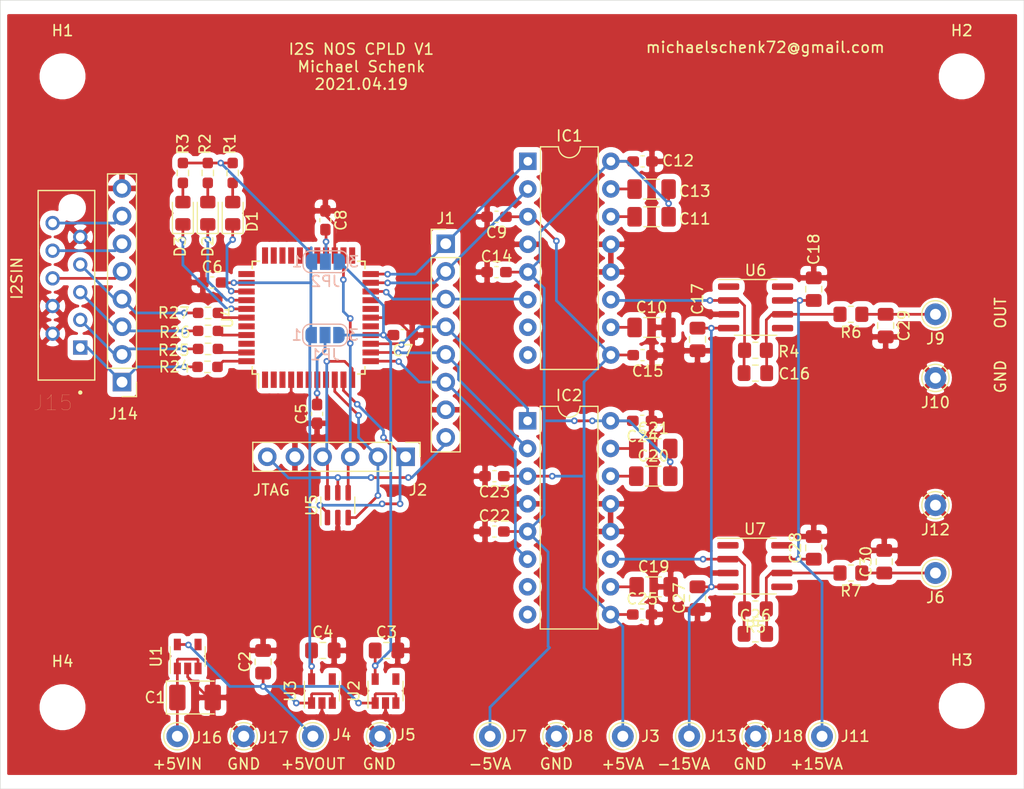
<source format=kicad_pcb>
(kicad_pcb (version 20171130) (host pcbnew 5.1.9-73d0e3b20d~88~ubuntu16.04.1)
  (layers (0 F.Cu mixed) (31 B.Cu mixed) (34 B.Paste user) (35 F.Paste user) (36 B.SilkS user) (37 F.SilkS user) (38 B.Mask user) (39 F.Mask user) (44 Edge.Cuts user))
  (net 0 "")
  (net 1 GND)
  (net 2 +3V3)
  (net 3 "Net-(D3-Pad2)")
  (net 4 "Net-(D3-Pad1)")
  (net 5 +1V8)
  (net 6 "Net-(C8-Pad2)")
  (net 7 "Net-(J14-Pad6)")
  (net 8 "Net-(J14-Pad5)")
  (net 9 "Net-(J14-Pad4)")
  (net 10 "Net-(J14-Pad3)")
  (net 11 "Net-(J14-Pad2)")
  (net 12 "Net-(J14-Pad1)")
  (net 13 "Net-(C1-Pad1)")
  (net 14 "Net-(C2-Pad1)")
  (net 15 "Net-(D1-Pad2)")
  (net 16 JTAG_TCK)
  (net 17 JTAG_TDO)
  (net 18 JTAG_TDI)
  (net 19 JTAG_TMS)
  (net 20 "Net-(C5-Pad2)")
  (net 21 MCLK)
  (net 22 "Net-(D1-Pad1)")
  (net 23 "Net-(D2-Pad2)")
  (net 24 "Net-(D2-Pad1)")
  (net 25 "Net-(J14-Pad7)")
  (net 26 BCK)
  (net 27 LRCK)
  (net 28 DATAIN)
  (net 29 DATAOUTR)
  (net 30 DATAOUTL)
  (net 31 +5VA)
  (net 32 "Net-(C10-Pad1)")
  (net 33 -5VA)
  (net 34 "Net-(C11-Pad1)")
  (net 35 "Net-(C12-Pad1)")
  (net 36 "Net-(C16-Pad2)")
  (net 37 "Net-(C16-Pad1)")
  (net 38 -15V)
  (net 39 +15V)
  (net 40 "Net-(C19-Pad1)")
  (net 41 "Net-(C20-Pad1)")
  (net 42 "Net-(C21-Pad1)")
  (net 43 "Net-(C26-Pad2)")
  (net 44 "Net-(C26-Pad1)")
  (net 45 LEOUTR)
  (net 46 CLKOUTR)
  (net 47 LEOUTL)
  (net 48 CLKOUTL)
  (net 49 "Net-(C29-Pad1)")
  (net 50 "Net-(C30-Pad1)")
  (module Resistor_SMD:R_0805_2012Metric_Pad1.20x1.40mm_HandSolder (layer F.Cu) (at 186.039 107.188 180)
    (fp_text reference R7 (at 0 -1.65) (layer F.SilkS))
    (fp_text value 2.5k)
    (pad 2 smd roundrect (at 1 0 180) (size 1.2 1.4) (layers F.Cu F.Paste F.Mask) (roundrect_rratio 0.208333) (net 43 "Net-(C26-Pad2)"))
    (pad 1 smd roundrect (at -1 0 180) (size 1.2 1.4) (layers F.Cu F.Paste F.Mask) (roundrect_rratio 0.208333) (net 50 "Net-(C30-Pad1)"))
  )
  (module Resistor_SMD:R_0805_2012Metric_Pad1.20x1.40mm_HandSolder (layer F.Cu) (at 186.039 83.439 180)
    (fp_text reference R6 (at 0 -1.65) (layer F.SilkS))
    (fp_text value 470R)
    (pad 2 smd roundrect (at 1 0 180) (size 1.2 1.4) (layers F.Cu F.Paste F.Mask) (roundrect_rratio 0.208333) (net 36 "Net-(C16-Pad2)"))
    (pad 1 smd roundrect (at -1 0 180) (size 1.2 1.4) (layers F.Cu F.Paste F.Mask) (roundrect_rratio 0.208333) (net 49 "Net-(C29-Pad1)"))
  )
  (module Capacitor_SMD:C_0805_2012Metric_Pad1.18x1.45mm_HandSolder (layer F.Cu) (at 189.103 106.1505 90)
    (fp_text reference C30 (at 0 -1.68 90) (layer F.SilkS))
    (fp_text value 2n2)
    (pad 2 smd roundrect (at 1.0375 0 90) (size 1.175 1.45) (layers F.Cu F.Paste F.Mask) (roundrect_rratio 0.212766) (net 1 GND))
    (pad 1 smd roundrect (at -1.0375 0 90) (size 1.175 1.45) (layers F.Cu F.Paste F.Mask) (roundrect_rratio 0.212766) (net 50 "Net-(C30-Pad1)"))
  )
  (module Capacitor_SMD:C_0805_2012Metric_Pad1.18x1.45mm_HandSolder (layer F.Cu) (at 189.23 84.4765 270)
    (fp_text reference C29 (at 0 -1.68 90) (layer F.SilkS))
    (fp_text value 2n2)
    (pad 2 smd roundrect (at 1.0375 0 270) (size 1.175 1.45) (layers F.Cu F.Paste F.Mask) (roundrect_rratio 0.212766) (net 1 GND))
    (pad 1 smd roundrect (at -1.0375 0 270) (size 1.175 1.45) (layers F.Cu F.Paste F.Mask) (roundrect_rratio 0.212766) (net 49 "Net-(C29-Pad1)"))
  )
  (module Connector_PinHeader_2.54mm:PinHeader_1x08_P2.54mm_Vertical (layer F.Cu) (at 148.844 76.962)
    (fp_text reference J1 (at 0 -2.33) (layer F.SilkS))
    (fp_text value Conn_01x08_Male)
    (pad 8 thru_hole oval (at 0 17.78) (size 1.7 1.7) (drill 1) (layers *.Cu *.Mask) (net 2 +3V3))
    (pad 7 thru_hole oval (at 0 15.24) (size 1.7 1.7) (drill 1) (layers *.Cu *.Mask) (net 1 GND))
    (pad 6 thru_hole oval (at 0 12.7) (size 1.7 1.7) (drill 1) (layers *.Cu *.Mask) (net 47 LEOUTL))
    (pad 5 thru_hole oval (at 0 10.16) (size 1.7 1.7) (drill 1) (layers *.Cu *.Mask) (net 48 CLKOUTL))
    (pad 4 thru_hole oval (at 0 7.62) (size 1.7 1.7) (drill 1) (layers *.Cu *.Mask) (net 30 DATAOUTL))
    (pad 3 thru_hole oval (at 0 5.08) (size 1.7 1.7) (drill 1) (layers *.Cu *.Mask) (net 45 LEOUTR))
    (pad 2 thru_hole oval (at 0 2.54) (size 1.7 1.7) (drill 1) (layers *.Cu *.Mask) (net 46 CLKOUTR))
    (pad 1 thru_hole rect (at 0 0) (size 1.7 1.7) (drill 1) (layers *.Cu *.Mask) (net 29 DATAOUTR))
  )
  (module Package_SO:SOIC-8_3.9x4.9mm_P1.27mm (layer F.Cu) (at 177.227 106.553)
    (fp_text reference U7 (at 0 -3.4) (layer F.SilkS))
    (fp_text value OPA1641)
    (pad 8 smd roundrect (at 2.475 -1.905) (size 1.95 0.6) (layers F.Cu F.Paste F.Mask))
    (pad 7 smd roundrect (at 2.475 -0.635) (size 1.95 0.6) (layers F.Cu F.Paste F.Mask) (net 39 +15V))
    (pad 6 smd roundrect (at 2.475 0.635) (size 1.95 0.6) (layers F.Cu F.Paste F.Mask) (net 43 "Net-(C26-Pad2)"))
    (pad 5 smd roundrect (at 2.475 1.905) (size 1.95 0.6) (layers F.Cu F.Paste F.Mask))
    (pad 4 smd roundrect (at -2.475 1.905) (size 1.95 0.6) (layers F.Cu F.Paste F.Mask) (net 38 -15V))
    (pad 3 smd roundrect (at -2.475 0.635) (size 1.95 0.6) (layers F.Cu F.Paste F.Mask) (net 1 GND))
    (pad 2 smd roundrect (at -2.475 -0.635) (size 1.95 0.6) (layers F.Cu F.Paste F.Mask) (net 44 "Net-(C26-Pad1)"))
    (pad 1 smd roundrect (at -2.475 -1.905) (size 1.95 0.6) (layers F.Cu F.Paste F.Mask))
  )
  (module Resistor_SMD:R_0805_2012Metric_Pad1.20x1.40mm_HandSolder (layer F.Cu) (at 177.276 110.49 180)
    (fp_text reference R5 (at 0 -1.65) (layer F.SilkS))
    (fp_text value 2.5k)
    (pad 2 smd roundrect (at 1 0 180) (size 1.2 1.4) (layers F.Cu F.Paste F.Mask) (roundrect_rratio 0.208333) (net 44 "Net-(C26-Pad1)"))
    (pad 1 smd roundrect (at -1 0 180) (size 1.2 1.4) (layers F.Cu F.Paste F.Mask) (roundrect_rratio 0.208333) (net 43 "Net-(C26-Pad2)"))
  )
  (module Connector_Pin:Pin_D1.0mm_L10.0mm (layer F.Cu) (at 193.802 100.965)
    (fp_text reference J12 (at 0 2.25) (layer F.SilkS))
    (fp_text value GND)
    (pad 1 thru_hole circle (at 0 0) (size 2 2) (drill 1) (layers *.Cu *.Mask) (net 1 GND))
  )
  (module Connector_Pin:Pin_D1.0mm_L10.0mm (layer F.Cu) (at 193.802 107.188)
    (fp_text reference J6 (at 0 2.25) (layer F.SilkS))
    (fp_text value OUT)
    (pad 1 thru_hole circle (at 0 0) (size 2 2) (drill 1) (layers *.Cu *.Mask) (net 50 "Net-(C30-Pad1)"))
  )
  (module Package_DIP:DIP-16_W7.62mm (layer F.Cu) (at 156.358 93.218)
    (fp_text reference IC2 (at 3.81 -2.33) (layer F.SilkS))
    (fp_text value PCM1702P)
    (pad 16 thru_hole oval (at 7.62 0) (size 1.6 1.6) (drill 0.8) (layers *.Cu *.Mask) (net 33 -5VA))
    (pad 8 thru_hole oval (at 0 17.78) (size 1.6 1.6) (drill 0.8) (layers *.Cu *.Mask))
    (pad 15 thru_hole oval (at 7.62 2.54) (size 1.6 1.6) (drill 0.8) (layers *.Cu *.Mask) (net 42 "Net-(C21-Pad1)"))
    (pad 7 thru_hole oval (at 0 15.24) (size 1.6 1.6) (drill 0.8) (layers *.Cu *.Mask))
    (pad 14 thru_hole oval (at 7.62 5.08) (size 1.6 1.6) (drill 0.8) (layers *.Cu *.Mask) (net 41 "Net-(C20-Pad1)"))
    (pad 6 thru_hole oval (at 0 12.7) (size 1.6 1.6) (drill 0.8) (layers *.Cu *.Mask) (net 47 LEOUTL))
    (pad 13 thru_hole oval (at 7.62 7.62) (size 1.6 1.6) (drill 0.8) (layers *.Cu *.Mask) (net 1 GND))
    (pad 5 thru_hole oval (at 0 10.16) (size 1.6 1.6) (drill 0.8) (layers *.Cu *.Mask) (net 33 -5VA))
    (pad 12 thru_hole oval (at 7.62 10.16) (size 1.6 1.6) (drill 0.8) (layers *.Cu *.Mask) (net 1 GND))
    (pad 4 thru_hole oval (at 0 7.62) (size 1.6 1.6) (drill 0.8) (layers *.Cu *.Mask) (net 1 GND))
    (pad 11 thru_hole oval (at 7.62 12.7) (size 1.6 1.6) (drill 0.8) (layers *.Cu *.Mask) (net 44 "Net-(C26-Pad1)"))
    (pad 3 thru_hole oval (at 0 5.08) (size 1.6 1.6) (drill 0.8) (layers *.Cu *.Mask) (net 31 +5VA))
    (pad 10 thru_hole oval (at 7.62 15.24) (size 1.6 1.6) (drill 0.8) (layers *.Cu *.Mask) (net 40 "Net-(C19-Pad1)"))
    (pad 2 thru_hole oval (at 0 2.54) (size 1.6 1.6) (drill 0.8) (layers *.Cu *.Mask) (net 48 CLKOUTL))
    (pad 9 thru_hole oval (at 7.62 17.78) (size 1.6 1.6) (drill 0.8) (layers *.Cu *.Mask) (net 31 +5VA))
    (pad 1 thru_hole rect (at 0 0) (size 1.6 1.6) (drill 0.8) (layers *.Cu *.Mask) (net 30 DATAOUTL))
  )
  (module Capacitor_SMD:C_0805_2012Metric_Pad1.18x1.45mm_HandSolder (layer F.Cu) (at 182.626 104.8805 90)
    (fp_text reference C28 (at 0 -1.68 90) (layer F.SilkS))
    (fp_text value 1uF)
    (pad 2 smd roundrect (at 1.0375 0 90) (size 1.175 1.45) (layers F.Cu F.Paste F.Mask) (roundrect_rratio 0.212766) (net 1 GND))
    (pad 1 smd roundrect (at -1.0375 0 90) (size 1.175 1.45) (layers F.Cu F.Paste F.Mask) (roundrect_rratio 0.212766) (net 39 +15V))
  )
  (module Capacitor_SMD:C_0805_2012Metric_Pad1.18x1.45mm_HandSolder (layer F.Cu) (at 171.958 109.4955 90)
    (fp_text reference C27 (at 0 -1.68 90) (layer F.SilkS))
    (fp_text value 1uF)
    (pad 2 smd roundrect (at 1.0375 0 90) (size 1.175 1.45) (layers F.Cu F.Paste F.Mask) (roundrect_rratio 0.212766) (net 38 -15V))
    (pad 1 smd roundrect (at -1.0375 0 90) (size 1.175 1.45) (layers F.Cu F.Paste F.Mask) (roundrect_rratio 0.212766) (net 1 GND))
  )
  (module Capacitor_SMD:C_0805_2012Metric_Pad1.18x1.45mm_HandSolder (layer F.Cu) (at 177.2705 112.776)
    (fp_text reference C26 (at 0 -1.68) (layer F.SilkS))
    (fp_text value 220pF)
    (pad 2 smd roundrect (at 1.0375 0) (size 1.175 1.45) (layers F.Cu F.Paste F.Mask) (roundrect_rratio 0.212766) (net 43 "Net-(C26-Pad2)"))
    (pad 1 smd roundrect (at -1.0375 0) (size 1.175 1.45) (layers F.Cu F.Paste F.Mask) (roundrect_rratio 0.212766) (net 44 "Net-(C26-Pad1)"))
  )
  (module Capacitor_SMD:C_0603_1608Metric_Pad1.08x0.95mm_HandSolder (layer F.Cu) (at 166.878 110.998)
    (fp_text reference C25 (at 0 -1.43) (layer F.SilkS))
    (fp_text value 3.3uF)
    (pad 2 smd roundrect (at 0.8625 0) (size 1.075 0.95) (layers F.Cu F.Paste F.Mask) (net 1 GND))
    (pad 1 smd roundrect (at -0.8625 0) (size 1.075 0.95) (layers F.Cu F.Paste F.Mask) (net 31 +5VA))
  )
  (module Capacitor_SMD:C_0603_1608Metric_Pad1.08x0.95mm_HandSolder (layer F.Cu) (at 166.878 93.218 180)
    (fp_text reference C24 (at 0 -1.43) (layer F.SilkS))
    (fp_text value 3.3uF)
    (pad 2 smd roundrect (at 0.8625 0 180) (size 1.075 0.95) (layers F.Cu F.Paste F.Mask) (net 33 -5VA))
    (pad 1 smd roundrect (at -0.8625 0 180) (size 1.075 0.95) (layers F.Cu F.Paste F.Mask) (net 1 GND))
  )
  (module Capacitor_SMD:C_0603_1608Metric_Pad1.08x0.95mm_HandSolder (layer F.Cu) (at 153.3155 98.298 180)
    (fp_text reference C23 (at 0 -1.43) (layer F.SilkS))
    (fp_text value 3.3uF)
    (pad 2 smd roundrect (at 0.8625 0 180) (size 1.075 0.95) (layers F.Cu F.Paste F.Mask) (net 1 GND))
    (pad 1 smd roundrect (at -0.8625 0 180) (size 1.075 0.95) (layers F.Cu F.Paste F.Mask) (net 31 +5VA))
  )
  (module Capacitor_SMD:C_0603_1608Metric_Pad1.08x0.95mm_HandSolder (layer F.Cu) (at 153.3155 103.378)
    (fp_text reference C22 (at 0 -1.43) (layer F.SilkS))
    (fp_text value 3.3uF)
    (pad 2 smd roundrect (at 0.8625 0) (size 1.075 0.95) (layers F.Cu F.Paste F.Mask) (net 33 -5VA))
    (pad 1 smd roundrect (at -0.8625 0) (size 1.075 0.95) (layers F.Cu F.Paste F.Mask) (net 1 GND))
  )
  (module Capacitor_SMD:C_1206_3216Metric_Pad1.33x1.80mm_HandSolder (layer F.Cu) (at 167.894 95.758)
    (fp_text reference C21 (at 0 -1.85) (layer F.SilkS))
    (fp_text value 100uF)
    (pad 2 smd roundrect (at 1.5625 0) (size 1.325 1.8) (layers F.Cu F.Paste F.Mask) (roundrect_rratio 0.188679) (net 33 -5VA))
    (pad 1 smd roundrect (at -1.5625 0) (size 1.325 1.8) (layers F.Cu F.Paste F.Mask) (roundrect_rratio 0.188679) (net 42 "Net-(C21-Pad1)"))
  )
  (module Capacitor_SMD:C_1206_3216Metric_Pad1.33x1.80mm_HandSolder (layer F.Cu) (at 167.894 98.298)
    (fp_text reference C20 (at 0 -1.85) (layer F.SilkS))
    (fp_text value 100uF)
    (pad 2 smd roundrect (at 1.5625 0) (size 1.325 1.8) (layers F.Cu F.Paste F.Mask) (roundrect_rratio 0.188679) (net 33 -5VA))
    (pad 1 smd roundrect (at -1.5625 0) (size 1.325 1.8) (layers F.Cu F.Paste F.Mask) (roundrect_rratio 0.188679) (net 41 "Net-(C20-Pad1)"))
  )
  (module Capacitor_SMD:C_1206_3216Metric_Pad1.33x1.80mm_HandSolder (layer F.Cu) (at 167.9325 108.458)
    (fp_text reference C19 (at 0 -1.85) (layer F.SilkS))
    (fp_text value 100uF)
    (pad 2 smd roundrect (at 1.5625 0) (size 1.325 1.8) (layers F.Cu F.Paste F.Mask) (roundrect_rratio 0.188679) (net 1 GND))
    (pad 1 smd roundrect (at -1.5625 0) (size 1.325 1.8) (layers F.Cu F.Paste F.Mask) (roundrect_rratio 0.188679) (net 40 "Net-(C19-Pad1)"))
  )
  (module Package_SO:SOIC-8_3.9x4.9mm_P1.27mm (layer F.Cu) (at 177.2905 82.804)
    (fp_text reference U6 (at 0 -3.4) (layer F.SilkS))
    (fp_text value OPA1641)
    (pad 8 smd roundrect (at 2.475 -1.905) (size 1.95 0.6) (layers F.Cu F.Paste F.Mask))
    (pad 7 smd roundrect (at 2.475 -0.635) (size 1.95 0.6) (layers F.Cu F.Paste F.Mask) (net 39 +15V))
    (pad 6 smd roundrect (at 2.475 0.635) (size 1.95 0.6) (layers F.Cu F.Paste F.Mask) (net 36 "Net-(C16-Pad2)"))
    (pad 5 smd roundrect (at 2.475 1.905) (size 1.95 0.6) (layers F.Cu F.Paste F.Mask))
    (pad 4 smd roundrect (at -2.475 1.905) (size 1.95 0.6) (layers F.Cu F.Paste F.Mask) (net 38 -15V))
    (pad 3 smd roundrect (at -2.475 0.635) (size 1.95 0.6) (layers F.Cu F.Paste F.Mask) (net 1 GND))
    (pad 2 smd roundrect (at -2.475 -0.635) (size 1.95 0.6) (layers F.Cu F.Paste F.Mask) (net 37 "Net-(C16-Pad1)"))
    (pad 1 smd roundrect (at -2.475 -1.905) (size 1.95 0.6) (layers F.Cu F.Paste F.Mask))
  )
  (module Resistor_SMD:R_0805_2012Metric_Pad1.20x1.40mm_HandSolder (layer F.Cu) (at 177.276 86.741 180)
    (fp_text reference R4 (at -3.064 -0.127) (layer F.SilkS))
    (fp_text value 2.5k)
    (pad 2 smd roundrect (at 1 0 180) (size 1.2 1.4) (layers F.Cu F.Paste F.Mask) (roundrect_rratio 0.208333) (net 37 "Net-(C16-Pad1)"))
    (pad 1 smd roundrect (at -1 0 180) (size 1.2 1.4) (layers F.Cu F.Paste F.Mask) (roundrect_rratio 0.208333) (net 36 "Net-(C16-Pad2)"))
  )
  (module Connector_Pin:Pin_D1.0mm_L10.0mm (layer F.Cu) (at 177.292 122.174)
    (fp_text reference J18 (at 3.048 0) (layer F.SilkS))
    (fp_text value GND)
    (pad 1 thru_hole circle (at 0 0) (size 2 2) (drill 1) (layers *.Cu *.Mask) (net 1 GND))
  )
  (module Connector_Pin:Pin_D1.0mm_L10.0mm (layer F.Cu) (at 171.196 122.174)
    (fp_text reference J13 (at 3.048 0) (layer F.SilkS))
    (fp_text value -15VAIN)
    (pad 1 thru_hole circle (at 0 0) (size 2 2) (drill 1) (layers *.Cu *.Mask) (net 38 -15V))
  )
  (module Connector_Pin:Pin_D1.0mm_L10.0mm (layer F.Cu) (at 183.388 122.174)
    (fp_text reference J11 (at 3.048 0) (layer F.SilkS))
    (fp_text value +15VAIN)
    (pad 1 thru_hole circle (at 0 0) (size 2 2) (drill 1) (layers *.Cu *.Mask) (net 39 +15V))
  )
  (module Connector_Pin:Pin_D1.0mm_L10.0mm (layer F.Cu) (at 193.802 89.281)
    (fp_text reference J10 (at 0 2.25) (layer F.SilkS))
    (fp_text value GND)
    (pad 1 thru_hole circle (at 0 0) (size 2 2) (drill 1) (layers *.Cu *.Mask) (net 1 GND))
  )
  (module Connector_Pin:Pin_D1.0mm_L10.0mm (layer F.Cu) (at 193.802 83.439)
    (fp_text reference J9 (at 0 2.25) (layer F.SilkS))
    (fp_text value OUT)
    (pad 1 thru_hole circle (at 0 0) (size 2 2) (drill 1) (layers *.Cu *.Mask) (net 49 "Net-(C29-Pad1)"))
  )
  (module Capacitor_SMD:C_0805_2012Metric_Pad1.18x1.45mm_HandSolder (layer F.Cu) (at 182.626 81.1315 90)
    (fp_text reference C18 (at 3.6615 0 90) (layer F.SilkS))
    (fp_text value 1uF)
    (pad 2 smd roundrect (at 1.0375 0 90) (size 1.175 1.45) (layers F.Cu F.Paste F.Mask) (roundrect_rratio 0.212766) (net 1 GND))
    (pad 1 smd roundrect (at -1.0375 0 90) (size 1.175 1.45) (layers F.Cu F.Paste F.Mask) (roundrect_rratio 0.212766) (net 39 +15V))
  )
  (module Capacitor_SMD:C_0805_2012Metric_Pad1.18x1.45mm_HandSolder (layer F.Cu) (at 171.958 85.7465 90)
    (fp_text reference C17 (at 3.7045 0 90) (layer F.SilkS))
    (fp_text value 1uF)
    (pad 2 smd roundrect (at 1.0375 0 90) (size 1.175 1.45) (layers F.Cu F.Paste F.Mask) (roundrect_rratio 0.212766) (net 38 -15V))
    (pad 1 smd roundrect (at -1.0375 0 90) (size 1.175 1.45) (layers F.Cu F.Paste F.Mask) (roundrect_rratio 0.212766) (net 1 GND))
  )
  (module Capacitor_SMD:C_0805_2012Metric_Pad1.18x1.45mm_HandSolder (layer F.Cu) (at 177.2705 88.8365)
    (fp_text reference C16 (at 3.5775 0.0635) (layer F.SilkS))
    (fp_text value 220pF)
    (pad 2 smd roundrect (at 1.0375 0) (size 1.175 1.45) (layers F.Cu F.Paste F.Mask) (roundrect_rratio 0.212766) (net 36 "Net-(C16-Pad2)"))
    (pad 1 smd roundrect (at -1.0375 0) (size 1.175 1.45) (layers F.Cu F.Paste F.Mask) (roundrect_rratio 0.212766) (net 37 "Net-(C16-Pad1)"))
  )
  (module Connector_Pin:Pin_D1.0mm_L10.0mm (layer F.Cu) (at 159.004 122.174)
    (fp_text reference J8 (at 2.54 0) (layer F.SilkS))
    (fp_text value GND)
    (pad 1 thru_hole circle (at 0 0) (size 2 2) (drill 1) (layers *.Cu *.Mask) (net 1 GND))
  )
  (module Connector_Pin:Pin_D1.0mm_L10.0mm (layer F.Cu) (at 152.908 122.174)
    (fp_text reference J7 (at 2.54 0) (layer F.SilkS))
    (fp_text value -5VAIN)
    (pad 1 thru_hole circle (at 0 0) (size 2 2) (drill 1) (layers *.Cu *.Mask) (net 33 -5VA))
  )
  (module Connector_Pin:Pin_D1.0mm_L10.0mm (layer F.Cu) (at 165.1 122.174)
    (fp_text reference J3 (at 2.54 0) (layer F.SilkS))
    (fp_text value +5VAIN)
    (pad 1 thru_hole circle (at 0 0) (size 2 2) (drill 1) (layers *.Cu *.Mask) (net 31 +5VA))
  )
  (module Capacitor_SMD:C_0603_1608Metric_Pad1.08x0.95mm_HandSolder (layer F.Cu) (at 166.915 87.1855)
    (fp_text reference C15 (at 0.471 1.4605) (layer F.SilkS))
    (fp_text value 3.3uF)
    (pad 2 smd roundrect (at 0.8625 0) (size 1.075 0.95) (layers F.Cu F.Paste F.Mask) (net 1 GND))
    (pad 1 smd roundrect (at -0.8625 0) (size 1.075 0.95) (layers F.Cu F.Paste F.Mask) (net 31 +5VA))
  )
  (module Capacitor_SMD:C_0603_1608Metric_Pad1.08x0.95mm_HandSolder (layer F.Cu) (at 153.506 79.5655)
    (fp_text reference C14 (at 0 -1.43) (layer F.SilkS))
    (fp_text value 3.3uF)
    (pad 2 smd roundrect (at 0.8625 0) (size 1.075 0.95) (layers F.Cu F.Paste F.Mask) (net 33 -5VA))
    (pad 1 smd roundrect (at -0.8625 0) (size 1.075 0.95) (layers F.Cu F.Paste F.Mask) (net 1 GND))
  )
  (module Capacitor_SMD:C_0603_1608Metric_Pad1.08x0.95mm_HandSolder (layer F.Cu) (at 166.915 69.4055 180)
    (fp_text reference C13 (at -4.789 -2.7305) (layer F.SilkS))
    (fp_text value 3.3uF)
    (pad 2 smd roundrect (at 0.8625 0 180) (size 1.075 0.95) (layers F.Cu F.Paste F.Mask) (net 33 -5VA))
    (pad 1 smd roundrect (at -0.8625 0 180) (size 1.075 0.95) (layers F.Cu F.Paste F.Mask) (net 1 GND))
  )
  (module Capacitor_SMD:C_1206_3216Metric_Pad1.33x1.80mm_HandSolder (layer F.Cu) (at 167.742 71.9455)
    (fp_text reference C12 (at 2.438 -2.6035) (layer F.SilkS))
    (fp_text value 100uF)
    (pad 2 smd roundrect (at 1.5625 0) (size 1.325 1.8) (layers F.Cu F.Paste F.Mask) (roundrect_rratio 0.188679) (net 33 -5VA))
    (pad 1 smd roundrect (at -1.5625 0) (size 1.325 1.8) (layers F.Cu F.Paste F.Mask) (roundrect_rratio 0.188679) (net 35 "Net-(C12-Pad1)"))
  )
  (module Capacitor_SMD:C_1206_3216Metric_Pad1.33x1.80mm_HandSolder (layer F.Cu) (at 167.742 74.4855)
    (fp_text reference C11 (at 3.962 0.1905) (layer F.SilkS))
    (fp_text value 100uF)
    (pad 2 smd roundrect (at 1.5625 0) (size 1.325 1.8) (layers F.Cu F.Paste F.Mask) (roundrect_rratio 0.188679) (net 33 -5VA))
    (pad 1 smd roundrect (at -1.5625 0) (size 1.325 1.8) (layers F.Cu F.Paste F.Mask) (roundrect_rratio 0.188679) (net 34 "Net-(C11-Pad1)"))
  )
  (module Capacitor_SMD:C_1206_3216Metric_Pad1.33x1.80mm_HandSolder (layer F.Cu) (at 167.742 84.6455)
    (fp_text reference C10 (at 0 -1.85) (layer F.SilkS))
    (fp_text value 100uF)
    (pad 2 smd roundrect (at 1.5625 0) (size 1.325 1.8) (layers F.Cu F.Paste F.Mask) (roundrect_rratio 0.188679) (net 1 GND))
    (pad 1 smd roundrect (at -1.5625 0) (size 1.325 1.8) (layers F.Cu F.Paste F.Mask) (roundrect_rratio 0.188679) (net 32 "Net-(C10-Pad1)"))
  )
  (module Capacitor_SMD:C_0603_1608Metric_Pad1.08x0.95mm_HandSolder (layer F.Cu) (at 153.506 74.4855 180)
    (fp_text reference C9 (at 0 -1.43) (layer F.SilkS))
    (fp_text value 3.3uF)
    (pad 2 smd roundrect (at 0.8625 0 180) (size 1.075 0.95) (layers F.Cu F.Paste F.Mask) (net 1 GND))
    (pad 1 smd roundrect (at -0.8625 0 180) (size 1.075 0.95) (layers F.Cu F.Paste F.Mask) (net 31 +5VA))
  )
  (module Capacitor_SMD:C_0805_2012Metric_Pad1.18x1.45mm_HandSolder (layer F.Cu) (at 137.5625 114.3)
    (fp_text reference C4 (at 0 -1.68) (layer F.SilkS))
    (fp_text value 10uF)
    (pad 2 smd roundrect (at 1.0375 0) (size 1.175 1.45) (layers F.Cu F.Paste F.Mask) (roundrect_rratio 0.212766) (net 1 GND))
    (pad 1 smd roundrect (at -1.0375 0) (size 1.175 1.45) (layers F.Cu F.Paste F.Mask) (roundrect_rratio 0.212766) (net 2 +3V3))
  )
  (module Capacitor_SMD:C_0805_2012Metric_Pad1.18x1.45mm_HandSolder (layer F.Cu) (at 143.4045 114.3)
    (fp_text reference C3 (at 0 -1.68) (layer F.SilkS))
    (fp_text value 10uF)
    (pad 2 smd roundrect (at 1.0375 0) (size 1.175 1.45) (layers F.Cu F.Paste F.Mask) (roundrect_rratio 0.212766) (net 1 GND))
    (pad 1 smd roundrect (at -1.0375 0) (size 1.175 1.45) (layers F.Cu F.Paste F.Mask) (roundrect_rratio 0.212766) (net 5 +1V8))
  )
  (module Capacitor_SMD:C_0805_2012Metric_Pad1.18x1.45mm_HandSolder (layer F.Cu) (at 132.08 115.3375 90)
    (fp_text reference C2 (at 0 -1.68 90) (layer F.SilkS))
    (fp_text value 10uF)
    (pad 2 smd roundrect (at 1.0375 0 90) (size 1.175 1.45) (layers F.Cu F.Paste F.Mask) (roundrect_rratio 0.212766) (net 1 GND))
    (pad 1 smd roundrect (at -1.0375 0 90) (size 1.175 1.45) (layers F.Cu F.Paste F.Mask) (roundrect_rratio 0.212766) (net 14 "Net-(C2-Pad1)"))
  )
  (module Package_DIP:DIP-16_W7.62mm (layer F.Cu) (at 156.382501 69.393001)
    (fp_text reference IC1 (at 3.81 -2.33) (layer F.SilkS))
    (fp_text value PCM1702P)
    (pad 16 thru_hole oval (at 7.62 0) (size 1.6 1.6) (drill 0.8) (layers *.Cu *.Mask) (net 33 -5VA))
    (pad 8 thru_hole oval (at 0 17.78) (size 1.6 1.6) (drill 0.8) (layers *.Cu *.Mask))
    (pad 15 thru_hole oval (at 7.62 2.54) (size 1.6 1.6) (drill 0.8) (layers *.Cu *.Mask) (net 35 "Net-(C12-Pad1)"))
    (pad 7 thru_hole oval (at 0 15.24) (size 1.6 1.6) (drill 0.8) (layers *.Cu *.Mask))
    (pad 14 thru_hole oval (at 7.62 5.08) (size 1.6 1.6) (drill 0.8) (layers *.Cu *.Mask) (net 34 "Net-(C11-Pad1)"))
    (pad 6 thru_hole oval (at 0 12.7) (size 1.6 1.6) (drill 0.8) (layers *.Cu *.Mask) (net 45 LEOUTR))
    (pad 13 thru_hole oval (at 7.62 7.62) (size 1.6 1.6) (drill 0.8) (layers *.Cu *.Mask) (net 1 GND))
    (pad 5 thru_hole oval (at 0 10.16) (size 1.6 1.6) (drill 0.8) (layers *.Cu *.Mask) (net 33 -5VA))
    (pad 12 thru_hole oval (at 7.62 10.16) (size 1.6 1.6) (drill 0.8) (layers *.Cu *.Mask) (net 1 GND))
    (pad 4 thru_hole oval (at 0 7.62) (size 1.6 1.6) (drill 0.8) (layers *.Cu *.Mask) (net 1 GND))
    (pad 11 thru_hole oval (at 7.62 12.7) (size 1.6 1.6) (drill 0.8) (layers *.Cu *.Mask) (net 37 "Net-(C16-Pad1)"))
    (pad 3 thru_hole oval (at 0 5.08) (size 1.6 1.6) (drill 0.8) (layers *.Cu *.Mask) (net 31 +5VA))
    (pad 10 thru_hole oval (at 7.62 15.24) (size 1.6 1.6) (drill 0.8) (layers *.Cu *.Mask) (net 32 "Net-(C10-Pad1)"))
    (pad 2 thru_hole oval (at 0 2.54) (size 1.6 1.6) (drill 0.8) (layers *.Cu *.Mask) (net 46 CLKOUTR))
    (pad 9 thru_hole oval (at 7.62 17.78) (size 1.6 1.6) (drill 0.8) (layers *.Cu *.Mask) (net 31 +5VA))
    (pad 1 thru_hole rect (at 0 0) (size 1.6 1.6) (drill 0.8) (layers *.Cu *.Mask) (net 29 DATAOUTR))
  )
  (module Resistor_SMD:R_0603_1608Metric_Pad0.98x0.95mm_HandSolder (layer F.Cu) (at 124.714 70.4615 270)
    (fp_text reference R3 (at -2.6435 0 90) (layer F.SilkS))
    (fp_text value 330R)
    (pad 2 smd roundrect (at 0.9125 0 270) (size 0.975 0.95) (layers F.Cu F.Paste F.Mask) (net 3 "Net-(D3-Pad2)"))
    (pad 1 smd roundrect (at -0.9125 0 270) (size 0.975 0.95) (layers F.Cu F.Paste F.Mask) (net 2 +3V3))
  )
  (module Resistor_SMD:R_0603_1608Metric_Pad0.98x0.95mm_HandSolder (layer F.Cu) (at 127 70.4615 270)
    (fp_text reference R2 (at -2.6435 0.254 90) (layer F.SilkS))
    (fp_text value 330R)
    (pad 2 smd roundrect (at 0.9125 0 270) (size 0.975 0.95) (layers F.Cu F.Paste F.Mask) (net 23 "Net-(D2-Pad2)"))
    (pad 1 smd roundrect (at -0.9125 0 270) (size 0.975 0.95) (layers F.Cu F.Paste F.Mask) (net 2 +3V3))
  )
  (module Resistor_SMD:R_0603_1608Metric_Pad0.98x0.95mm_HandSolder (layer F.Cu) (at 129.286 70.4615 270)
    (fp_text reference R1 (at -2.6435 0.254 90) (layer F.SilkS))
    (fp_text value 330R)
    (pad 2 smd roundrect (at 0.9125 0 270) (size 0.975 0.95) (layers F.Cu F.Paste F.Mask) (net 15 "Net-(D1-Pad2)"))
    (pad 1 smd roundrect (at -0.9125 0 270) (size 0.975 0.95) (layers F.Cu F.Paste F.Mask) (net 2 +3V3))
  )
  (module LED_SMD:LED_0805_2012Metric_Pad1.15x1.40mm_HandSolder (layer F.Cu) (at 124.714 74.159 90)
    (fp_text reference D3 (at -3.057 -0.254 90) (layer F.SilkS))
    (fp_text value LED)
    (pad 2 smd roundrect (at 1.025 0 90) (size 1.15 1.4) (layers F.Cu F.Paste F.Mask) (roundrect_rratio 0.217391) (net 3 "Net-(D3-Pad2)"))
    (pad 1 smd roundrect (at -1.025 0 90) (size 1.15 1.4) (layers F.Cu F.Paste F.Mask) (roundrect_rratio 0.217391) (net 4 "Net-(D3-Pad1)"))
  )
  (module LED_SMD:LED_0805_2012Metric_Pad1.15x1.40mm_HandSolder (layer F.Cu) (at 127 74.159 90)
    (fp_text reference D2 (at -3.057 0 90) (layer F.SilkS))
    (fp_text value LED)
    (pad 2 smd roundrect (at 1.025 0 90) (size 1.15 1.4) (layers F.Cu F.Paste F.Mask) (roundrect_rratio 0.217391) (net 23 "Net-(D2-Pad2)"))
    (pad 1 smd roundrect (at -1.025 0 90) (size 1.15 1.4) (layers F.Cu F.Paste F.Mask) (roundrect_rratio 0.217391) (net 24 "Net-(D2-Pad1)"))
  )
  (module LED_SMD:LED_0805_2012Metric_Pad1.15x1.40mm_HandSolder (layer F.Cu) (at 129.286 74.159 90)
    (fp_text reference D1 (at -0.771 1.778 90) (layer F.SilkS))
    (fp_text value LED)
    (pad 2 smd roundrect (at 1.025 0 90) (size 1.15 1.4) (layers F.Cu F.Paste F.Mask) (roundrect_rratio 0.217391) (net 15 "Net-(D1-Pad2)"))
    (pad 1 smd roundrect (at -1.025 0 90) (size 1.15 1.4) (layers F.Cu F.Paste F.Mask) (roundrect_rratio 0.217391) (net 22 "Net-(D1-Pad1)"))
  )
  (module Jumper:SolderJumper-3_P1.3mm_Open_RoundedPad1.0x1.5mm_NumberLabels (layer B.Cu) (at 137.795 78.613)
    (fp_text reference JP2 (at 0 1.8) (layer B.SilkS) (effects (justify mirror)))
    (fp_text value SolderJumper_3_Open)
    (fp_text user 1 (at -2.6 0) (layer B.SilkS) (effects (justify mirror)))
    (fp_text user 3 (at 2.6 0) (layer B.SilkS) (effects (justify mirror)))
    (pad 2 smd rect (at 0 0) (size 1 1.5) (layers B.Cu B.Mask) (net 6 "Net-(C8-Pad2)"))
    (pad 3 smd custom (at 1.3 0) (size 1 0.5) (layers B.Cu B.Mask) (net 5 +1V8) (options (clearance outline) (anchor rect)) (primitives (gr_circle (center 0 -0.25) (end 0.5 -0.25) (width 0)) (gr_circle (center 0 0.25) (end 0.5 0.25) (width 0)) (gr_poly (pts (xy -0.55 0.75) (xy 0 0.75) (xy 0 -0.75) (xy -0.55 -0.75)) (width 0))))
    (pad 1 smd custom (at -1.3 0) (size 1 0.5) (layers B.Cu B.Mask) (net 2 +3V3) (options (clearance outline) (anchor rect)) (primitives (gr_circle (center 0 -0.25) (end 0.5 -0.25) (width 0)) (gr_circle (center 0 0.25) (end 0.5 0.25) (width 0)) (gr_poly (pts (xy 0.55 0.75) (xy 0 0.75) (xy 0 -0.75) (xy 0.55 -0.75)) (width 0))))
  )
  (module Capacitor_SMD:C_0603_1608Metric_Pad1.08x0.95mm_HandSolder (layer F.Cu) (at 137.795 74.803 270)
    (fp_text reference C8 (at 0 -1.43 90) (layer F.SilkS))
    (fp_text value 100nF)
    (pad 2 smd roundrect (at 0.8625 0 270) (size 1.075 0.95) (layers F.Cu F.Paste F.Mask) (net 6 "Net-(C8-Pad2)"))
    (pad 1 smd roundrect (at -0.8625 0 270) (size 1.075 0.95) (layers F.Cu F.Paste F.Mask) (net 1 GND))
  )
  (module Capacitor_SMD:C_0603_1608Metric_Pad1.08x0.95mm_HandSolder (layer F.Cu) (at 144.907 85.344 180)
    (fp_text reference C7 (at 0 -1.43) (layer F.SilkS))
    (fp_text value 100nF)
    (pad 2 smd roundrect (at 0.8625 0 180) (size 1.075 0.95) (layers F.Cu F.Paste F.Mask) (net 5 +1V8))
    (pad 1 smd roundrect (at -0.8625 0 180) (size 1.075 0.95) (layers F.Cu F.Paste F.Mask) (net 1 GND))
  )
  (module Capacitor_SMD:C_0603_1608Metric_Pad1.08x0.95mm_HandSolder (layer F.Cu) (at 127.4075 80.518)
    (fp_text reference C6 (at 0 -1.43) (layer F.SilkS))
    (fp_text value 100nF)
    (pad 2 smd roundrect (at 0.8625 0) (size 1.075 0.95) (layers F.Cu F.Paste F.Mask) (net 2 +3V3))
    (pad 1 smd roundrect (at -0.8625 0) (size 1.075 0.95) (layers F.Cu F.Paste F.Mask) (net 1 GND))
  )
  (module Package_SO:SC-74-6_1.5x2.9mm_P0.95mm (layer F.Cu) (at 138.938 100.9595 90)
    (fp_text reference U5 (at 0 -2.4 90) (layer F.SilkS))
    (fp_text value CM1293A−04SO)
    (pad 6 smd roundrect (at 1.1375 -0.95 90) (size 1.425 0.5) (layers F.Cu F.Paste F.Mask) (net 16 JTAG_TCK))
    (pad 5 smd roundrect (at 1.1375 0 90) (size 1.425 0.5) (layers F.Cu F.Paste F.Mask) (net 2 +3V3))
    (pad 4 smd roundrect (at 1.1375 0.95 90) (size 1.425 0.5) (layers F.Cu F.Paste F.Mask) (net 17 JTAG_TDO))
    (pad 3 smd roundrect (at -1.1375 0.95 90) (size 1.425 0.5) (layers F.Cu F.Paste F.Mask) (net 18 JTAG_TDI))
    (pad 2 smd roundrect (at -1.1375 0 90) (size 1.425 0.5) (layers F.Cu F.Paste F.Mask) (net 1 GND))
    (pad 1 smd roundrect (at -1.1375 -0.95 90) (size 1.425 0.5) (layers F.Cu F.Paste F.Mask) (net 19 JTAG_TMS))
  )
  (module Package_QFP:TQFP-44_10x10mm_P0.8mm (layer F.Cu) (at 136.256 83.744 90)
    (fp_text reference U4 (at 0 -7.45 90) (layer F.SilkS))
    (fp_text value XC2C64A-xVQ44)
    (pad 44 smd rect (at -4 -5.7 180) (size 1.5 0.55) (layers F.Cu F.Paste F.Mask) (net 21 MCLK))
    (pad 43 smd rect (at -3.2 -5.7 180) (size 1.5 0.55) (layers F.Cu F.Paste F.Mask) (net 26 BCK))
    (pad 42 smd rect (at -2.4 -5.7 180) (size 1.5 0.55) (layers F.Cu F.Paste F.Mask))
    (pad 41 smd rect (at -1.6 -5.7 180) (size 1.5 0.55) (layers F.Cu F.Paste F.Mask) (net 27 LRCK))
    (pad 40 smd rect (at -0.8 -5.7 180) (size 1.5 0.55) (layers F.Cu F.Paste F.Mask))
    (pad 39 smd rect (at 0 -5.7 180) (size 1.5 0.55) (layers F.Cu F.Paste F.Mask) (net 28 DATAIN))
    (pad 38 smd rect (at 0.8 -5.7 180) (size 1.5 0.55) (layers F.Cu F.Paste F.Mask) (net 4 "Net-(D3-Pad1)"))
    (pad 37 smd rect (at 1.6 -5.7 180) (size 1.5 0.55) (layers F.Cu F.Paste F.Mask) (net 24 "Net-(D2-Pad1)"))
    (pad 36 smd rect (at 2.4 -5.7 180) (size 1.5 0.55) (layers F.Cu F.Paste F.Mask) (net 22 "Net-(D1-Pad1)"))
    (pad 35 smd rect (at 3.2 -5.7 180) (size 1.5 0.55) (layers F.Cu F.Paste F.Mask) (net 2 +3V3))
    (pad 34 smd rect (at 4 -5.7 180) (size 1.5 0.55) (layers F.Cu F.Paste F.Mask))
    (pad 33 smd rect (at 5.7 -4 90) (size 1.5 0.55) (layers F.Cu F.Paste F.Mask))
    (pad 32 smd rect (at 5.7 -3.2 90) (size 1.5 0.55) (layers F.Cu F.Paste F.Mask))
    (pad 31 smd rect (at 5.7 -2.4 90) (size 1.5 0.55) (layers F.Cu F.Paste F.Mask))
    (pad 30 smd rect (at 5.7 -1.6 90) (size 1.5 0.55) (layers F.Cu F.Paste F.Mask))
    (pad 29 smd rect (at 5.7 -0.8 90) (size 1.5 0.55) (layers F.Cu F.Paste F.Mask))
    (pad 28 smd rect (at 5.7 0 90) (size 1.5 0.55) (layers F.Cu F.Paste F.Mask))
    (pad 27 smd rect (at 5.7 0.8 90) (size 1.5 0.55) (layers F.Cu F.Paste F.Mask))
    (pad 26 smd rect (at 5.7 1.6 90) (size 1.5 0.55) (layers F.Cu F.Paste F.Mask) (net 6 "Net-(C8-Pad2)"))
    (pad 25 smd rect (at 5.7 2.4 90) (size 1.5 0.55) (layers F.Cu F.Paste F.Mask) (net 1 GND))
    (pad 24 smd rect (at 5.7 3.2 90) (size 1.5 0.55) (layers F.Cu F.Paste F.Mask) (net 17 JTAG_TDO))
    (pad 23 smd rect (at 5.7 4 90) (size 1.5 0.55) (layers F.Cu F.Paste F.Mask))
    (pad 22 smd rect (at 4 5.7 180) (size 1.5 0.55) (layers F.Cu F.Paste F.Mask) (net 29 DATAOUTR))
    (pad 21 smd rect (at 3.2 5.7 180) (size 1.5 0.55) (layers F.Cu F.Paste F.Mask) (net 46 CLKOUTR))
    (pad 20 smd rect (at 2.4 5.7 180) (size 1.5 0.55) (layers F.Cu F.Paste F.Mask) (net 45 LEOUTR))
    (pad 19 smd rect (at 1.6 5.7 180) (size 1.5 0.55) (layers F.Cu F.Paste F.Mask))
    (pad 18 smd rect (at 0.8 5.7 180) (size 1.5 0.55) (layers F.Cu F.Paste F.Mask))
    (pad 17 smd rect (at 0 5.7 180) (size 1.5 0.55) (layers F.Cu F.Paste F.Mask) (net 1 GND))
    (pad 16 smd rect (at -0.8 5.7 180) (size 1.5 0.55) (layers F.Cu F.Paste F.Mask))
    (pad 15 smd rect (at -1.6 5.7 180) (size 1.5 0.55) (layers F.Cu F.Paste F.Mask) (net 5 +1V8))
    (pad 14 smd rect (at -2.4 5.7 180) (size 1.5 0.55) (layers F.Cu F.Paste F.Mask) (net 30 DATAOUTL))
    (pad 13 smd rect (at -3.2 5.7 180) (size 1.5 0.55) (layers F.Cu F.Paste F.Mask) (net 48 CLKOUTL))
    (pad 12 smd rect (at -4 5.7 180) (size 1.5 0.55) (layers F.Cu F.Paste F.Mask) (net 47 LEOUTL))
    (pad 11 smd rect (at -5.7 4 90) (size 1.5 0.55) (layers F.Cu F.Paste F.Mask) (net 16 JTAG_TCK))
    (pad 10 smd rect (at -5.7 3.2 90) (size 1.5 0.55) (layers F.Cu F.Paste F.Mask) (net 19 JTAG_TMS))
    (pad 9 smd rect (at -5.7 2.4 90) (size 1.5 0.55) (layers F.Cu F.Paste F.Mask) (net 18 JTAG_TDI))
    (pad 8 smd rect (at -5.7 1.6 90) (size 1.5 0.55) (layers F.Cu F.Paste F.Mask))
    (pad 7 smd rect (at -5.7 0.8 90) (size 1.5 0.55) (layers F.Cu F.Paste F.Mask) (net 20 "Net-(C5-Pad2)"))
    (pad 6 smd rect (at -5.7 0 90) (size 1.5 0.55) (layers F.Cu F.Paste F.Mask))
    (pad 5 smd rect (at -5.7 -0.8 90) (size 1.5 0.55) (layers F.Cu F.Paste F.Mask))
    (pad 4 smd rect (at -5.7 -1.6 90) (size 1.5 0.55) (layers F.Cu F.Paste F.Mask) (net 1 GND))
    (pad 3 smd rect (at -5.7 -2.4 90) (size 1.5 0.55) (layers F.Cu F.Paste F.Mask))
    (pad 2 smd rect (at -5.7 -3.2 90) (size 1.5 0.55) (layers F.Cu F.Paste F.Mask))
    (pad 1 smd rect (at -5.7 -4 90) (size 1.5 0.55) (layers F.Cu F.Paste F.Mask))
  )
  (module Package_TO_SOT_SMD:SOT-23-5 (layer F.Cu) (at 137.48 118.026 90)
    (fp_text reference U3 (at 0 -2.9 90) (layer F.SilkS))
    (fp_text value TC1185-3.3VCT713)
    (pad 5 smd rect (at 1.1 -0.95 90) (size 1.06 0.65) (layers F.Cu F.Paste F.Mask) (net 2 +3V3))
    (pad 4 smd rect (at 1.1 0.95 90) (size 1.06 0.65) (layers F.Cu F.Paste F.Mask))
    (pad 3 smd rect (at -1.1 0.95 90) (size 1.06 0.65) (layers F.Cu F.Paste F.Mask) (net 14 "Net-(C2-Pad1)"))
    (pad 2 smd rect (at -1.1 0 90) (size 1.06 0.65) (layers F.Cu F.Paste F.Mask) (net 1 GND))
    (pad 1 smd rect (at -1.1 -0.95 90) (size 1.06 0.65) (layers F.Cu F.Paste F.Mask) (net 14 "Net-(C2-Pad1)"))
  )
  (module Package_TO_SOT_SMD:SOT-23-5 (layer F.Cu) (at 143.317 118.026 90)
    (fp_text reference U2 (at 0 -2.9 90) (layer F.SilkS))
    (fp_text value TC1185-1.8VCT713)
    (pad 5 smd rect (at 1.1 -0.95 90) (size 1.06 0.65) (layers F.Cu F.Paste F.Mask) (net 5 +1V8))
    (pad 4 smd rect (at 1.1 0.95 90) (size 1.06 0.65) (layers F.Cu F.Paste F.Mask))
    (pad 3 smd rect (at -1.1 0.95 90) (size 1.06 0.65) (layers F.Cu F.Paste F.Mask) (net 14 "Net-(C2-Pad1)"))
    (pad 2 smd rect (at -1.1 0 90) (size 1.06 0.65) (layers F.Cu F.Paste F.Mask) (net 1 GND))
    (pad 1 smd rect (at -1.1 -0.95 90) (size 1.06 0.65) (layers F.Cu F.Paste F.Mask) (net 14 "Net-(C2-Pad1)"))
  )
  (module Package_TO_SOT_SMD:SOT-23-5 (layer F.Cu) (at 125.156 114.851 90)
    (fp_text reference U1 (at 0 -2.9 90) (layer F.SilkS))
    (fp_text value TC1185-5.0VCT713)
    (pad 5 smd rect (at 1.1 -0.95 90) (size 1.06 0.65) (layers F.Cu F.Paste F.Mask) (net 14 "Net-(C2-Pad1)"))
    (pad 4 smd rect (at 1.1 0.95 90) (size 1.06 0.65) (layers F.Cu F.Paste F.Mask))
    (pad 3 smd rect (at -1.1 0.95 90) (size 1.06 0.65) (layers F.Cu F.Paste F.Mask) (net 13 "Net-(C1-Pad1)"))
    (pad 2 smd rect (at -1.1 0 90) (size 1.06 0.65) (layers F.Cu F.Paste F.Mask) (net 1 GND))
    (pad 1 smd rect (at -1.1 -0.95 90) (size 1.06 0.65) (layers F.Cu F.Paste F.Mask) (net 13 "Net-(C1-Pad1)"))
  )
  (module Jumper:SolderJumper-3_P1.3mm_Open_RoundedPad1.0x1.5mm_NumberLabels (layer B.Cu) (at 137.765 85.344)
    (fp_text reference JP1 (at 0 1.8) (layer B.SilkS) (effects (justify mirror)))
    (fp_text value SolderJumper_3_Open)
    (fp_text user 1 (at -2.6 0) (layer B.SilkS) (effects (justify mirror)))
    (fp_text user 3 (at 2.6 0) (layer B.SilkS) (effects (justify mirror)))
    (pad 2 smd rect (at 0 0) (size 1 1.5) (layers B.Cu B.Mask) (net 20 "Net-(C5-Pad2)"))
    (pad 3 smd custom (at 1.3 0) (size 1 0.5) (layers B.Cu B.Mask) (net 5 +1V8) (options (clearance outline) (anchor rect)) (primitives (gr_circle (center 0 -0.25) (end 0.5 -0.25) (width 0)) (gr_circle (center 0 0.25) (end 0.5 0.25) (width 0)) (gr_poly (pts (xy -0.55 0.75) (xy 0 0.75) (xy 0 -0.75) (xy -0.55 -0.75)) (width 0))))
    (pad 1 smd custom (at -1.3 0) (size 1 0.5) (layers B.Cu B.Mask) (net 2 +3V3) (options (clearance outline) (anchor rect)) (primitives (gr_circle (center 0 -0.25) (end 0.5 -0.25) (width 0)) (gr_circle (center 0 0.25) (end 0.5 0.25) (width 0)) (gr_poly (pts (xy 0.55 0.75) (xy 0 0.75) (xy 0 -0.75) (xy 0.55 -0.75)) (width 0))))
  )
  (module Connector_PinHeader_2.54mm:PinHeader_1x06_P2.54mm_Vertical (layer F.Cu) (at 145.161 96.52 270)
    (fp_text reference J2 (at 3.048 -1.143 180) (layer F.SilkS))
    (fp_text value Conn_01x06_Male)
    (pad 6 thru_hole oval (at 0 12.7 270) (size 1.7 1.7) (drill 1) (layers *.Cu *.Mask) (net 2 +3V3))
    (pad 5 thru_hole oval (at 0 10.16 270) (size 1.7 1.7) (drill 1) (layers *.Cu *.Mask) (net 1 GND))
    (pad 4 thru_hole oval (at 0 7.62 270) (size 1.7 1.7) (drill 1) (layers *.Cu *.Mask) (net 16 JTAG_TCK))
    (pad 3 thru_hole oval (at 0 5.08 270) (size 1.7 1.7) (drill 1) (layers *.Cu *.Mask) (net 17 JTAG_TDO))
    (pad 2 thru_hole oval (at 0 2.54 270) (size 1.7 1.7) (drill 1) (layers *.Cu *.Mask) (net 18 JTAG_TDI))
    (pad 1 thru_hole rect (at 0 0 270) (size 1.7 1.7) (drill 1) (layers *.Cu *.Mask) (net 19 JTAG_TMS))
  )
  (module Capacitor_SMD:C_0603_1608Metric_Pad1.08x0.95mm_HandSolder (layer F.Cu) (at 137.033 92.583 90)
    (fp_text reference C5 (at 0 -1.43 90) (layer F.SilkS))
    (fp_text value 100nF)
    (pad 2 smd roundrect (at 0.8625 0 90) (size 1.075 0.95) (layers F.Cu F.Paste F.Mask) (net 20 "Net-(C5-Pad2)"))
    (pad 1 smd roundrect (at -0.8625 0 90) (size 1.075 0.95) (layers F.Cu F.Paste F.Mask) (net 1 GND))
  )
  (module Capacitor_Tantalum_SMD:CP_EIA-3528-21_Kemet-B_Pad1.50x2.35mm_HandSolder (layer F.Cu) (at 125.831 118.618)
    (fp_text reference C1 (at -3.657 0) (layer F.SilkS))
    (fp_text value 10uF)
    (pad 2 smd roundrect (at 1.625 0) (size 1.5 2.35) (layers F.Cu F.Paste F.Mask) (roundrect_rratio 0.166667) (net 1 GND))
    (pad 1 smd roundrect (at -1.625 0) (size 1.5 2.35) (layers F.Cu F.Paste F.Mask) (roundrect_rratio 0.166667) (net 13 "Net-(C1-Pad1)"))
  )
  (module Resistor_SMD:R_0603_1608Metric_Pad0.98x0.95mm_HandSolder (layer F.Cu) (at 127.0235 83.312)
    (fp_text reference R27 (at -3.1515 0) (layer F.SilkS))
    (fp_text value 33R)
    (pad 2 smd roundrect (at 0.9125 0) (size 0.975 0.95) (layers F.Cu F.Paste F.Mask) (net 28 DATAIN))
    (pad 1 smd roundrect (at -0.9125 0) (size 0.975 0.95) (layers F.Cu F.Paste F.Mask) (net 9 "Net-(J14-Pad4)"))
  )
  (module Resistor_SMD:R_0603_1608Metric_Pad0.98x0.95mm_HandSolder (layer F.Cu) (at 127.0235 84.963)
    (fp_text reference R26 (at -3.048 0.127) (layer F.SilkS))
    (fp_text value 33R)
    (pad 2 smd roundrect (at 0.9125 0) (size 0.975 0.95) (layers F.Cu F.Paste F.Mask) (net 27 LRCK))
    (pad 1 smd roundrect (at -0.9125 0) (size 0.975 0.95) (layers F.Cu F.Paste F.Mask) (net 10 "Net-(J14-Pad3)"))
  )
  (module Resistor_SMD:R_0603_1608Metric_Pad0.98x0.95mm_HandSolder (layer F.Cu) (at 127.0235 86.614)
    (fp_text reference R25 (at -3.1515 0.127) (layer F.SilkS))
    (fp_text value 33R)
    (pad 2 smd roundrect (at 0.9125 0) (size 0.975 0.95) (layers F.Cu F.Paste F.Mask) (net 26 BCK))
    (pad 1 smd roundrect (at -0.9125 0) (size 0.975 0.95) (layers F.Cu F.Paste F.Mask) (net 11 "Net-(J14-Pad2)"))
  )
  (module Resistor_SMD:R_0603_1608Metric_Pad0.98x0.95mm_HandSolder (layer F.Cu) (at 126.9765 88.265)
    (fp_text reference R24 (at -3.0245 0) (layer F.SilkS))
    (fp_text value 33R)
    (pad 2 smd roundrect (at 0.9125 0) (size 0.975 0.95) (layers F.Cu F.Paste F.Mask) (net 21 MCLK))
    (pad 1 smd roundrect (at -0.9125 0) (size 0.975 0.95) (layers F.Cu F.Paste F.Mask) (net 12 "Net-(J14-Pad1)"))
  )
  (module kicad-snk:TE_CONN_RCPT_10POS_0.1_TIN_PCB (layer F.Cu) (at 115.294 86.49 90)
    (fp_text reference J15 (at -5.077 -2.518 180) (layer F.SilkS) (effects (font (size 1.40137 1.40137) (thickness 0.015))))
    (fp_text value A)
    (pad 1 thru_hole rect (at 0 0 90) (size 1.308 1.308) (drill 0.8) (layers *.Cu *.Mask) (net 12 "Net-(J14-Pad1)"))
    (pad 2 thru_hole circle (at 1.27 -2.54 90) (size 1.308 1.308) (drill 0.8) (layers *.Cu *.Mask) (net 1 GND))
    (pad 3 thru_hole circle (at 2.54 0 90) (size 1.308 1.308) (drill 0.8) (layers *.Cu *.Mask) (net 11 "Net-(J14-Pad2)"))
    (pad 4 thru_hole circle (at 3.81 -2.54 90) (size 1.308 1.308) (drill 0.8) (layers *.Cu *.Mask) (net 1 GND))
    (pad 5 thru_hole circle (at 5.08 0 90) (size 1.308 1.308) (drill 0.8) (layers *.Cu *.Mask) (net 10 "Net-(J14-Pad3)"))
    (pad 6 thru_hole circle (at 6.35 -2.54 90) (size 1.308 1.308) (drill 0.8) (layers *.Cu *.Mask) (net 8 "Net-(J14-Pad5)"))
    (pad 7 thru_hole circle (at 7.62 0 90) (size 1.308 1.308) (drill 0.8) (layers *.Cu *.Mask) (net 9 "Net-(J14-Pad4)"))
    (pad 8 thru_hole circle (at 8.89 -2.54 90) (size 1.308 1.308) (drill 0.8) (layers *.Cu *.Mask) (net 7 "Net-(J14-Pad6)"))
    (pad 9 thru_hole circle (at 10.16 0 90) (size 1.308 1.308) (drill 0.8) (layers *.Cu *.Mask) (net 1 GND))
    (pad 10 thru_hole circle (at 11.43 -2.54 90) (size 1.308 1.308) (drill 0.8) (layers *.Cu *.Mask) (net 25 "Net-(J14-Pad7)"))
    (pad None np_thru_hole circle (at 12.83 -0.74 90) (size 1.5 1.5) (drill 1.5) (layers *.Cu *.Mask))
  )
  (module Connector_PinHeader_2.54mm:PinHeader_1x08_P2.54mm_Vertical (layer F.Cu) (at 119.126 89.662 180)
    (fp_text reference J14 (at -0.127 -2.921) (layer F.SilkS))
    (fp_text value PORTA)
    (pad 8 thru_hole oval (at 0 17.78 180) (size 1.7 1.7) (drill 1) (layers *.Cu *.Mask) (net 1 GND))
    (pad 7 thru_hole oval (at 0 15.24 180) (size 1.7 1.7) (drill 1) (layers *.Cu *.Mask) (net 25 "Net-(J14-Pad7)"))
    (pad 6 thru_hole oval (at 0 12.7 180) (size 1.7 1.7) (drill 1) (layers *.Cu *.Mask) (net 7 "Net-(J14-Pad6)"))
    (pad 5 thru_hole oval (at 0 10.16 180) (size 1.7 1.7) (drill 1) (layers *.Cu *.Mask) (net 8 "Net-(J14-Pad5)"))
    (pad 4 thru_hole oval (at 0 7.62 180) (size 1.7 1.7) (drill 1) (layers *.Cu *.Mask) (net 9 "Net-(J14-Pad4)"))
    (pad 3 thru_hole oval (at 0 5.08 180) (size 1.7 1.7) (drill 1) (layers *.Cu *.Mask) (net 10 "Net-(J14-Pad3)"))
    (pad 2 thru_hole oval (at 0 2.54 180) (size 1.7 1.7) (drill 1) (layers *.Cu *.Mask) (net 11 "Net-(J14-Pad2)"))
    (pad 1 thru_hole rect (at 0 0 180) (size 1.7 1.7) (drill 1) (layers *.Cu *.Mask) (net 12 "Net-(J14-Pad1)"))
  )
  (module Connector_Pin:Pin_D1.0mm_L10.0mm (layer F.Cu) (at 130.302 122.174)
    (fp_text reference J17 (at 2.794 0.127) (layer F.SilkS))
    (fp_text value GND)
    (pad 1 thru_hole circle (at 0 0) (size 2 2) (drill 1) (layers *.Cu *.Mask) (net 1 GND))
  )
  (module Connector_Pin:Pin_D1.0mm_L10.0mm (layer F.Cu) (at 124.206 122.174)
    (fp_text reference J16 (at 2.794 0.127) (layer F.SilkS))
    (fp_text value +5VIN)
    (pad 1 thru_hole circle (at 0 0) (size 2 2) (drill 1) (layers *.Cu *.Mask) (net 13 "Net-(C1-Pad1)"))
  )
  (module Connector_Pin:Pin_D1.0mm_L10.0mm (layer F.Cu) (at 142.8115 122.174)
    (fp_text reference J5 (at 2.413 -0.127) (layer F.SilkS))
    (fp_text value GND)
    (pad 1 thru_hole circle (at 0 0) (size 2 2) (drill 1) (layers *.Cu *.Mask) (net 1 GND))
  )
  (module Connector_Pin:Pin_D1.0mm_L10.0mm (layer F.Cu) (at 136.652 122.174)
    (fp_text reference J4 (at 2.667 -0.127) (layer F.SilkS))
    (fp_text value +5VOUT)
    (pad 1 thru_hole circle (at 0 0) (size 2 2) (drill 1) (layers *.Cu *.Mask) (net 14 "Net-(C2-Pad1)"))
  )
  (module MountingHole:MountingHole_3.2mm_M3 (layer F.Cu) (at 113.665 119.507)
    (fp_text reference H4 (at 0 -4.2) (layer F.SilkS))
    (fp_text value MountingHole)
    (pad 1 np_thru_hole circle (at 0 0) (size 3.2 3.2) (drill 3.2) (layers *.Cu *.Mask))
  )
  (module MountingHole:MountingHole_3.2mm_M3 (layer F.Cu) (at 196.215 119.38)
    (fp_text reference H3 (at 0 -4.2) (layer F.SilkS))
    (fp_text value MountingHole)
    (pad 1 np_thru_hole circle (at 0 0) (size 3.2 3.2) (drill 3.2) (layers *.Cu *.Mask))
  )
  (module MountingHole:MountingHole_3.2mm_M3 (layer F.Cu) (at 196.215 61.595)
    (fp_text reference H2 (at 0 -4.2) (layer F.SilkS))
    (fp_text value MountingHole)
    (pad 1 np_thru_hole circle (at 0 0) (size 3.2 3.2) (drill 3.2) (layers *.Cu *.Mask))
  )
  (module MountingHole:MountingHole_3.2mm_M3 (layer F.Cu) (at 113.665 61.595)
    (fp_text reference H1 (at 0 -4.2) (layer F.SilkS))
    (fp_text value MountingHole)
    (pad 1 np_thru_hole circle (at 0 0) (size 3.2 3.2) (drill 3.2) (layers *.Cu *.Mask))
  )
  (gr_text JTAG (at 132.842 99.568) (layer F.SilkS) (effects (font (size 1 1))))
  (gr_text OUT (at 199.771 83.312 90) (layer F.SilkS) (effects (font (size 1 1))))
  (gr_text GND (at 199.771 89.154 90) (layer F.SilkS) (effects (font (size 1 1))))
  (gr_text +15VA (at 182.88 124.714) (layer F.SilkS) (effects (font (size 1 1))))
  (gr_text -15VA (at 170.688 124.714) (layer F.SilkS) (effects (font (size 1 1))))
  (gr_text GND (at 176.784 124.714) (layer F.SilkS) (effects (font (size 1 1))))
  (gr_text +5VA (at 165.1 124.714) (layer F.SilkS) (effects (font (size 1 1))))
  (gr_text GND (at 159.004 124.714) (layer F.SilkS) (effects (font (size 1 1))))
  (gr_text -5VA (at 152.908 124.714) (layer F.SilkS) (effects (font (size 1 1))))
  (gr_text I2SIN (at 109.474 80.137 90) (layer F.SilkS) (effects (font (size 1 1))))
  (gr_text +5VOUT (at 136.652 124.714) (layer F.SilkS) (effects (font (size 1 1))))
  (gr_text +5VIN (at 124.206 124.714) (layer F.SilkS) (effects (font (size 1 1))))
  (gr_text GND (at 142.748 124.714) (layer F.SilkS) (effects (font (size 1 1))))
  (gr_text GND (at 130.302 124.714) (layer F.SilkS) (effects (font (size 1 1))))
  (gr_text michaelschenk72@gmail.com (at 178.181 58.928) (layer F.SilkS) (effects (font (size 1 1))))
  (gr_text "I2S NOS CPLD V1\nMichael Schenk\n2021.04.19" (at 141.097 60.706) (layer F.SilkS) (effects (font (size 1 1))))
  (gr_line (start 107.95 127) (end 107.95 54.61) (layer Edge.Cuts) (width 0.05))
  (gr_line (start 201.93 127) (end 107.95 127) (layer Edge.Cuts) (width 0.05))
  (gr_line (start 201.93 54.61) (end 201.93 127) (layer Edge.Cuts) (width 0.05))
  (gr_line (start 107.95 54.61) (end 201.93 54.61) (layer Edge.Cuts) (width 0.05))
  (segment (start 144.1695 83.744) (end 145.7695 85.344) (width 0.25) (layer F.Cu) (net 1))
  (segment (start 141.956 83.744) (end 144.1695 83.744) (width 0.25) (layer F.Cu) (net 1))
  (segment (start 137.795 74.33249) (end 137.795 73.9405) (width 0.25) (layer F.Cu) (net 1))
  (segment (start 138.656 75.19349) (end 137.795 74.33249) (width 0.25) (layer F.Cu) (net 1))
  (segment (start 138.656 78.044) (end 138.656 75.19349) (width 0.25) (layer F.Cu) (net 1))
  (segment (start 127.043 118.618) (end 127.456 118.618) (width 0.25) (layer F.Cu) (net 1))
  (segment (start 125.156 116.731) (end 127.043 118.618) (width 0.25) (layer F.Cu) (net 1))
  (segment (start 125.156 115.951) (end 125.156 116.731) (width 0.25) (layer F.Cu) (net 1))
  (segment (start 137.48 119.126) (end 137.48 120.33) (width 0.25) (layer F.Cu) (net 1))
  (segment (start 143.317 119.126) (end 143.317 120.711) (width 0.25) (layer F.Cu) (net 1))
  (segment (start 134.656 89.444) (end 134.656 91.277) (width 0.25) (layer F.Cu) (net 1))
  (segment (start 128.296 80.544) (end 128.27 80.518) (width 0.25) (layer F.Cu) (net 2))
  (segment (start 130.556 80.544) (end 129.387 80.544) (width 0.25) (layer F.Cu) (net 2))
  (segment (start 136.53 116.926) (end 136.53 115.7555) (width 0.25) (layer F.Cu) (net 2))
  (via (at 136.53 115.7555) (size 0.6) (drill 0.3) (layers F.Cu B.Cu) (net 2))
  (segment (start 136.53 115.7555) (end 136.365999 115.591499) (width 0.25) (layer B.Cu) (net 2))
  (segment (start 129.387 80.544) (end 128.296 80.544) (width 0.25) (layer F.Cu) (net 2))
  (via (at 129.387 80.544) (size 0.6) (drill 0.3) (layers F.Cu B.Cu) (net 2))
  (segment (start 124.714 69.549) (end 127 69.549) (width 0.25) (layer F.Cu) (net 2))
  (segment (start 127 69.549) (end 128.19 69.549) (width 0.25) (layer F.Cu) (net 2))
  (segment (start 128.19 69.549) (end 129.286 69.549) (width 0.25) (layer F.Cu) (net 2))
  (via (at 128.19 69.549) (size 0.6) (drill 0.3) (layers F.Cu B.Cu) (net 2))
  (segment (start 136.495 77.854) (end 128.19 69.549) (width 0.25) (layer B.Cu) (net 2))
  (segment (start 136.495 78.613) (end 136.495 77.854) (width 0.25) (layer B.Cu) (net 2))
  (segment (start 136.495 77.854) (end 136.495 77.320998) (width 0.25) (layer B.Cu) (net 2))
  (segment (start 134.398001 98.457001) (end 136.365999 98.457001) (width 0.25) (layer B.Cu) (net 2))
  (segment (start 132.461 96.52) (end 134.398001 98.457001) (width 0.25) (layer B.Cu) (net 2))
  (segment (start 136.365999 115.591499) (end 136.365999 98.457001) (width 0.25) (layer B.Cu) (net 2))
  (segment (start 136.365999 85.443001) (end 136.465 85.344) (width 0.25) (layer B.Cu) (net 2))
  (segment (start 136.365999 98.457001) (end 136.365999 85.443001) (width 0.25) (layer B.Cu) (net 2))
  (segment (start 136.465 78.643) (end 136.495 78.613) (width 0.25) (layer B.Cu) (net 2))
  (segment (start 136.424 80.544) (end 136.465 80.585) (width 0.25) (layer B.Cu) (net 2))
  (segment (start 136.465 80.585) (end 136.465 78.643) (width 0.25) (layer B.Cu) (net 2))
  (segment (start 129.387 80.544) (end 136.424 80.544) (width 0.25) (layer B.Cu) (net 2))
  (segment (start 136.465 85.344) (end 136.465 80.585) (width 0.25) (layer B.Cu) (net 2))
  (via (at 138.938 98.425) (size 0.6) (drill 0.3) (layers F.Cu B.Cu) (net 2))
  (segment (start 138.938 99.822) (end 138.938 98.425) (width 0.25) (layer F.Cu) (net 2))
  (segment (start 136.398 98.425) (end 136.365999 98.457001) (width 0.25) (layer B.Cu) (net 2))
  (segment (start 138.938 98.425) (end 136.398 98.425) (width 0.25) (layer B.Cu) (net 2))
  (segment (start 136.53 114.305) (end 136.525 114.3) (width 0.25) (layer F.Cu) (net 2))
  (segment (start 136.53 115.7555) (end 136.53 114.305) (width 0.25) (layer F.Cu) (net 2))
  (via (at 141.986 98.425) (size 0.6) (drill 0.3) (layers F.Cu B.Cu) (net 2))
  (segment (start 138.938 98.425) (end 141.986 98.425) (width 0.25) (layer B.Cu) (net 2))
  (via (at 145.415 98.425) (size 0.6) (drill 0.3) (layers F.Cu B.Cu) (net 2))
  (segment (start 141.986 98.425) (end 145.415 98.425) (width 0.25) (layer F.Cu) (net 2))
  (segment (start 145.733198 98.425) (end 148.844 95.314198) (width 0.25) (layer B.Cu) (net 2))
  (segment (start 148.844 95.314198) (end 148.844 94.742) (width 0.25) (layer B.Cu) (net 2))
  (segment (start 145.415 98.425) (end 145.733198 98.425) (width 0.25) (layer B.Cu) (net 2))
  (segment (start 124.714 73.134) (end 124.714 71.374) (width 0.25) (layer F.Cu) (net 3))
  (via (at 124.714 76.581) (size 0.6) (drill 0.3) (layers F.Cu B.Cu) (net 4))
  (segment (start 124.714 76.581) (end 124.714 75.184) (width 0.25) (layer F.Cu) (net 4))
  (segment (start 129.172 82.944) (end 129.159 82.931) (width 0.25) (layer F.Cu) (net 4))
  (via (at 129.159 82.931) (size 0.6) (drill 0.3) (layers F.Cu B.Cu) (net 4))
  (segment (start 130.556 82.944) (end 129.172 82.944) (width 0.25) (layer F.Cu) (net 4))
  (segment (start 124.714 78.910264) (end 124.714 76.581) (width 0.25) (layer B.Cu) (net 4))
  (segment (start 128.734736 82.931) (end 124.714 78.910264) (width 0.25) (layer B.Cu) (net 4))
  (segment (start 129.159 82.931) (end 128.734736 82.931) (width 0.25) (layer B.Cu) (net 4))
  (segment (start 141.956 85.344) (end 143.129 85.344) (width 0.25) (layer F.Cu) (net 5))
  (segment (start 142.367 116.926) (end 142.367 115.697) (width 0.25) (layer F.Cu) (net 5))
  (via (at 142.367 115.697) (size 0.6) (drill 0.3) (layers F.Cu B.Cu) (net 5))
  (segment (start 143.129 85.344) (end 144.0445 85.344) (width 0.25) (layer F.Cu) (net 5))
  (via (at 143.129 85.344) (size 0.6) (drill 0.3) (layers F.Cu B.Cu) (net 5))
  (segment (start 143.796001 86.011001) (end 143.129 85.344) (width 0.25) (layer B.Cu) (net 5))
  (segment (start 142.367 115.697) (end 143.796001 114.267999) (width 0.25) (layer B.Cu) (net 5))
  (segment (start 143.129 85.344) (end 143.129 82.647) (width 0.25) (layer B.Cu) (net 5))
  (segment (start 143.764 88.519) (end 143.796001 88.486999) (width 0.25) (layer B.Cu) (net 5))
  (segment (start 143.796001 88.486999) (end 143.796001 86.011001) (width 0.25) (layer B.Cu) (net 5))
  (segment (start 143.796001 114.267999) (end 143.796001 88.486999) (width 0.25) (layer B.Cu) (net 5))
  (segment (start 139.065 85.344) (end 143.129 85.344) (width 0.25) (layer B.Cu) (net 5))
  (segment (start 142.367 115.697) (end 142.367 114.3) (width 0.25) (layer F.Cu) (net 5))
  (segment (start 143.129 82.647) (end 139.095 78.613) (width 0.25) (layer B.Cu) (net 5))
  (segment (start 137.856 75.7265) (end 137.795 75.6655) (width 0.25) (layer F.Cu) (net 6))
  (segment (start 137.856 78.044) (end 137.856 76.774) (width 0.25) (layer F.Cu) (net 6))
  (segment (start 137.856 76.774) (end 137.856 75.7265) (width 0.25) (layer F.Cu) (net 6))
  (via (at 137.856 76.774) (size 0.6) (drill 0.3) (layers F.Cu B.Cu) (net 6))
  (segment (start 137.856 78.552) (end 137.795 78.613) (width 0.25) (layer B.Cu) (net 6))
  (segment (start 137.856 76.774) (end 137.856 78.552) (width 0.25) (layer B.Cu) (net 6))
  (segment (start 118.488 77.6) (end 119.126 76.962) (width 0.25) (layer B.Cu) (net 7))
  (segment (start 112.754 77.6) (end 118.488 77.6) (width 0.25) (layer B.Cu) (net 7))
  (segment (start 112.754 79.961078) (end 112.754 80.14) (width 0.25) (layer B.Cu) (net 8))
  (segment (start 118.488 80.14) (end 119.126 79.502) (width 0.25) (layer F.Cu) (net 8))
  (segment (start 112.754 80.14) (end 118.488 80.14) (width 0.25) (layer F.Cu) (net 8))
  (segment (start 118.466 82.042) (end 119.126 82.042) (width 0.25) (layer B.Cu) (net 9))
  (segment (start 115.294 78.87) (end 118.466 82.042) (width 0.25) (layer B.Cu) (net 9))
  (via (at 124.841 83.312) (size 0.6) (drill 0.3) (layers F.Cu B.Cu) (net 9))
  (segment (start 126.111 83.312) (end 124.841 83.312) (width 0.25) (layer F.Cu) (net 9))
  (segment (start 120.396 83.312) (end 119.126 82.042) (width 0.25) (layer B.Cu) (net 9))
  (segment (start 124.841 83.312) (end 120.396 83.312) (width 0.25) (layer B.Cu) (net 9))
  (segment (start 118.466 84.582) (end 119.126 84.582) (width 0.25) (layer B.Cu) (net 10))
  (segment (start 115.294 81.41) (end 118.466 84.582) (width 0.25) (layer B.Cu) (net 10))
  (via (at 124.841 84.963) (size 0.6) (drill 0.3) (layers F.Cu B.Cu) (net 10))
  (segment (start 126.111 84.963) (end 124.841 84.963) (width 0.25) (layer F.Cu) (net 10))
  (segment (start 119.507 84.963) (end 119.126 84.582) (width 0.25) (layer B.Cu) (net 10))
  (segment (start 124.841 84.963) (end 119.507 84.963) (width 0.25) (layer B.Cu) (net 10))
  (segment (start 118.466 87.122) (end 119.126 87.122) (width 0.25) (layer B.Cu) (net 11))
  (segment (start 115.294 83.95) (end 118.466 87.122) (width 0.25) (layer B.Cu) (net 11))
  (via (at 124.841 86.614) (size 0.6) (drill 0.3) (layers F.Cu B.Cu) (net 11))
  (segment (start 126.111 86.614) (end 124.841 86.614) (width 0.25) (layer F.Cu) (net 11))
  (segment (start 119.634 86.614) (end 119.126 87.122) (width 0.25) (layer B.Cu) (net 11))
  (segment (start 124.841 86.614) (end 119.634 86.614) (width 0.25) (layer B.Cu) (net 11))
  (segment (start 119.126 89.662) (end 118.466 89.662) (width 0.25) (layer B.Cu) (net 12))
  (segment (start 115.954 86.49) (end 119.126 89.662) (width 0.25) (layer B.Cu) (net 12))
  (segment (start 115.294 86.49) (end 115.954 86.49) (width 0.25) (layer B.Cu) (net 12))
  (via (at 124.841 88.265) (size 0.6) (drill 0.3) (layers F.Cu B.Cu) (net 12))
  (segment (start 126.064 88.265) (end 124.841 88.265) (width 0.25) (layer F.Cu) (net 12))
  (segment (start 120.523 88.265) (end 119.126 89.662) (width 0.25) (layer B.Cu) (net 12))
  (segment (start 124.841 88.265) (end 120.523 88.265) (width 0.25) (layer B.Cu) (net 12))
  (segment (start 124.206 118.618) (end 124.206 115.951) (width 0.25) (layer F.Cu) (net 13))
  (segment (start 126.106 115.171) (end 126.106 115.951) (width 0.25) (layer F.Cu) (net 13))
  (segment (start 126.030999 115.095999) (end 126.106 115.171) (width 0.25) (layer F.Cu) (net 13))
  (segment (start 124.206 115.171) (end 124.281001 115.095999) (width 0.25) (layer F.Cu) (net 13))
  (segment (start 124.281001 115.095999) (end 126.030999 115.095999) (width 0.25) (layer F.Cu) (net 13))
  (segment (start 124.206 115.951) (end 124.206 115.171) (width 0.25) (layer F.Cu) (net 13))
  (segment (start 124.206 122.174) (end 124.206 118.618) (width 0.25) (layer F.Cu) (net 13))
  (via (at 125.222 113.792) (size 0.6) (drill 0.3) (layers F.Cu B.Cu) (net 14))
  (segment (start 125.181 113.751) (end 125.222 113.792) (width 0.25) (layer F.Cu) (net 14))
  (segment (start 124.206 113.751) (end 125.181 113.751) (width 0.25) (layer F.Cu) (net 14))
  (segment (start 129.032 117.602) (end 132.08 117.602) (width 0.25) (layer B.Cu) (net 14))
  (segment (start 125.222 113.792) (end 129.032 117.602) (width 0.25) (layer B.Cu) (net 14))
  (segment (start 132.08 117.602) (end 136.652 122.174) (width 0.25) (layer B.Cu) (net 14))
  (segment (start 133.604 117.602) (end 135.128 119.126) (width 0.25) (layer B.Cu) (net 14))
  (via (at 135.128 119.126) (size 0.6) (drill 0.3) (layers F.Cu B.Cu) (net 14))
  (segment (start 132.08 117.602) (end 133.604 117.602) (width 0.25) (layer B.Cu) (net 14))
  (segment (start 135.128 119.126) (end 136.53 119.126) (width 0.25) (layer F.Cu) (net 14))
  (segment (start 138.43 118.346) (end 138.43 119.126) (width 0.25) (layer F.Cu) (net 14))
  (segment (start 136.605001 118.270999) (end 138.354999 118.270999) (width 0.25) (layer F.Cu) (net 14))
  (segment (start 138.354999 118.270999) (end 138.43 118.346) (width 0.25) (layer F.Cu) (net 14))
  (segment (start 136.53 118.346) (end 136.605001 118.270999) (width 0.25) (layer F.Cu) (net 14))
  (segment (start 136.53 119.126) (end 136.53 118.346) (width 0.25) (layer F.Cu) (net 14))
  (via (at 140.843 119.126) (size 0.6) (drill 0.3) (layers F.Cu B.Cu) (net 14))
  (segment (start 142.367 119.126) (end 140.843 119.126) (width 0.25) (layer F.Cu) (net 14))
  (segment (start 140.843 119.126) (end 139.319 117.602) (width 0.25) (layer B.Cu) (net 14))
  (segment (start 139.319 117.602) (end 133.604 117.602) (width 0.25) (layer B.Cu) (net 14))
  (segment (start 144.267 118.346) (end 144.267 119.126) (width 0.25) (layer F.Cu) (net 14))
  (segment (start 144.191999 118.270999) (end 144.267 118.346) (width 0.25) (layer F.Cu) (net 14))
  (segment (start 142.442001 118.270999) (end 144.191999 118.270999) (width 0.25) (layer F.Cu) (net 14))
  (segment (start 142.367 118.346) (end 142.442001 118.270999) (width 0.25) (layer F.Cu) (net 14))
  (segment (start 142.367 119.126) (end 142.367 118.346) (width 0.25) (layer F.Cu) (net 14))
  (via (at 132.08 117.602) (size 0.6) (drill 0.3) (layers F.Cu B.Cu) (net 14))
  (segment (start 132.08 116.375) (end 132.08 117.602) (width 0.25) (layer F.Cu) (net 14))
  (segment (start 129.286 73.134) (end 129.286 71.374) (width 0.25) (layer F.Cu) (net 15))
  (segment (start 137.988 96.967) (end 137.541 96.52) (width 0.25) (layer F.Cu) (net 16))
  (segment (start 137.988 99.822) (end 137.988 96.967) (width 0.25) (layer F.Cu) (net 16))
  (segment (start 140.256 88.444) (end 139.569 87.757) (width 0.25) (layer F.Cu) (net 16))
  (segment (start 140.256 89.444) (end 140.256 88.444) (width 0.25) (layer F.Cu) (net 16))
  (via (at 137.922 87.757) (size 0.6) (drill 0.3) (layers F.Cu B.Cu) (net 16))
  (segment (start 139.569 87.757) (end 137.922 87.757) (width 0.25) (layer F.Cu) (net 16))
  (segment (start 137.922 96.139) (end 137.541 96.52) (width 0.25) (layer B.Cu) (net 16))
  (segment (start 137.922 87.757) (end 137.922 96.139) (width 0.25) (layer B.Cu) (net 16))
  (via (at 139.446 80.264) (size 0.6) (drill 0.3) (layers F.Cu B.Cu) (net 17))
  (segment (start 139.456 80.254) (end 139.446 80.264) (width 0.25) (layer F.Cu) (net 17))
  (segment (start 139.456 78.044) (end 139.456 80.254) (width 0.25) (layer F.Cu) (net 17))
  (via (at 140.081 83.82) (size 0.6) (drill 0.3) (layers F.Cu B.Cu) (net 17))
  (segment (start 139.446 83.185) (end 140.081 83.82) (width 0.25) (layer B.Cu) (net 17))
  (segment (start 139.446 80.264) (end 139.446 83.185) (width 0.25) (layer B.Cu) (net 17))
  (via (at 140.081 86.106) (size 0.6) (drill 0.3) (layers F.Cu B.Cu) (net 17))
  (segment (start 140.081 83.82) (end 140.081 86.106) (width 0.25) (layer F.Cu) (net 17))
  (segment (start 140.096003 96.504997) (end 140.081 96.52) (width 0.25) (layer F.Cu) (net 17))
  (segment (start 139.888 96.713) (end 140.081 96.52) (width 0.25) (layer F.Cu) (net 17))
  (segment (start 139.888 99.822) (end 139.888 96.713) (width 0.25) (layer F.Cu) (net 17))
  (segment (start 140.081 86.106) (end 140.081 96.52) (width 0.25) (layer B.Cu) (net 17))
  (segment (start 138.684 89.472) (end 138.656 89.444) (width 0.25) (layer F.Cu) (net 18))
  (via (at 142.621 100.076) (size 0.6) (drill 0.3) (layers F.Cu B.Cu) (net 18))
  (segment (start 140.6 102.097) (end 142.621 100.076) (width 0.25) (layer F.Cu) (net 18))
  (segment (start 139.888 102.097) (end 140.6 102.097) (width 0.25) (layer F.Cu) (net 18))
  (segment (start 142.621 100.076) (end 142.621 96.52) (width 0.25) (layer B.Cu) (net 18))
  (via (at 140.843 92.71) (size 0.6) (drill 0.3) (layers F.Cu B.Cu) (net 18))
  (segment (start 138.656 90.523) (end 140.843 92.71) (width 0.25) (layer F.Cu) (net 18))
  (segment (start 138.656 89.444) (end 138.656 90.523) (width 0.25) (layer F.Cu) (net 18))
  (segment (start 140.843 94.742) (end 142.621 96.52) (width 0.25) (layer B.Cu) (net 18))
  (segment (start 140.843 92.71) (end 140.843 94.742) (width 0.25) (layer B.Cu) (net 18))
  (segment (start 144.907 96.52) (end 143.129 94.742) (width 0.25) (layer F.Cu) (net 19))
  (via (at 143.129 94.742) (size 0.6) (drill 0.3) (layers F.Cu B.Cu) (net 19))
  (segment (start 145.161 96.52) (end 144.907 96.52) (width 0.25) (layer F.Cu) (net 19))
  (segment (start 139.446 89.454) (end 139.456 89.444) (width 0.25) (layer F.Cu) (net 19))
  (via (at 143.002 100.838) (size 0.6) (drill 0.3) (layers F.Cu B.Cu) (net 19))
  (segment (start 142.991327 100.848673) (end 143.002 100.838) (width 0.25) (layer B.Cu) (net 19))
  (via (at 144.653 100.838) (size 0.6) (drill 0.3) (layers F.Cu B.Cu) (net 19))
  (segment (start 143.002 100.838) (end 144.653 100.838) (width 0.25) (layer F.Cu) (net 19))
  (segment (start 144.653 97.028) (end 145.161 96.52) (width 0.25) (layer B.Cu) (net 19))
  (segment (start 144.653 100.838) (end 144.653 97.028) (width 0.25) (layer B.Cu) (net 19))
  (segment (start 137.988 101.666) (end 137.287 100.965) (width 0.25) (layer F.Cu) (net 19))
  (via (at 137.287 100.965) (size 0.6) (drill 0.3) (layers F.Cu B.Cu) (net 19))
  (segment (start 137.988 102.097) (end 137.988 101.666) (width 0.25) (layer F.Cu) (net 19))
  (segment (start 142.875 100.965) (end 143.002 100.838) (width 0.25) (layer B.Cu) (net 19))
  (segment (start 137.287 100.965) (end 142.875 100.965) (width 0.25) (layer B.Cu) (net 19))
  (segment (start 139.456 90.434) (end 140.716 91.694) (width 0.25) (layer F.Cu) (net 19))
  (via (at 140.716 91.694) (size 0.6) (drill 0.3) (layers F.Cu B.Cu) (net 19))
  (segment (start 139.456 89.444) (end 139.456 90.434) (width 0.25) (layer F.Cu) (net 19))
  (segment (start 143.129 94.107) (end 143.129 94.742) (width 0.25) (layer B.Cu) (net 19))
  (segment (start 140.716 91.694) (end 143.129 94.107) (width 0.25) (layer B.Cu) (net 19))
  (segment (start 137.033 89.467) (end 137.056 89.444) (width 0.25) (layer F.Cu) (net 20))
  (segment (start 137.033 91.7205) (end 137.033 90.678) (width 0.25) (layer F.Cu) (net 20))
  (segment (start 137.033 90.678) (end 137.033 89.467) (width 0.25) (layer F.Cu) (net 20))
  (via (at 137.033 90.678) (size 0.6) (drill 0.3) (layers F.Cu B.Cu) (net 20))
  (segment (start 137.033 90.678) (end 137.033 87.503) (width 0.25) (layer B.Cu) (net 20))
  (segment (start 137.765 86.771) (end 137.765 85.344) (width 0.25) (layer B.Cu) (net 20))
  (segment (start 137.033 87.503) (end 137.765 86.771) (width 0.25) (layer B.Cu) (net 20))
  (segment (start 128.41 87.744) (end 127.889 88.265) (width 0.25) (layer F.Cu) (net 21))
  (segment (start 130.556 87.744) (end 128.41 87.744) (width 0.25) (layer F.Cu) (net 21))
  (via (at 129.286 76.581) (size 0.6) (drill 0.3) (layers F.Cu B.Cu) (net 22))
  (segment (start 129.286 76.581) (end 129.286 75.184) (width 0.25) (layer F.Cu) (net 22))
  (segment (start 129.186097 81.344) (end 129.150272 81.308175) (width 0.25) (layer F.Cu) (net 22))
  (via (at 129.150272 81.308175) (size 0.6) (drill 0.3) (layers F.Cu B.Cu) (net 22))
  (segment (start 130.556 81.344) (end 129.186097 81.344) (width 0.25) (layer F.Cu) (net 22))
  (segment (start 128.761999 77.105001) (end 129.286 76.581) (width 0.25) (layer B.Cu) (net 22))
  (segment (start 128.761999 80.919902) (end 128.761999 77.105001) (width 0.25) (layer B.Cu) (net 22))
  (segment (start 129.150272 81.308175) (end 128.761999 80.919902) (width 0.25) (layer B.Cu) (net 22))
  (segment (start 127 73.134) (end 127 71.374) (width 0.25) (layer F.Cu) (net 23))
  (via (at 127 76.581) (size 0.6) (drill 0.3) (layers F.Cu B.Cu) (net 24))
  (segment (start 127 76.581) (end 127 75.184) (width 0.25) (layer F.Cu) (net 24))
  (via (at 129.159 82.130997) (size 0.6) (drill 0.3) (layers F.Cu B.Cu) (net 24))
  (segment (start 129.172003 82.144) (end 129.159 82.130997) (width 0.25) (layer F.Cu) (net 24))
  (segment (start 130.556 82.144) (end 129.172003 82.144) (width 0.25) (layer F.Cu) (net 24))
  (segment (start 127 80.396261) (end 127 76.581) (width 0.25) (layer B.Cu) (net 24))
  (segment (start 128.734736 82.130997) (end 127 80.396261) (width 0.25) (layer B.Cu) (net 24))
  (segment (start 129.159 82.130997) (end 128.734736 82.130997) (width 0.25) (layer B.Cu) (net 24))
  (segment (start 118.488 75.06) (end 119.126 74.422) (width 0.25) (layer B.Cu) (net 25))
  (segment (start 112.754 75.06) (end 118.488 75.06) (width 0.25) (layer B.Cu) (net 25))
  (segment (start 128.266 86.944) (end 127.936 86.614) (width 0.25) (layer F.Cu) (net 26))
  (segment (start 130.556 86.944) (end 128.266 86.944) (width 0.25) (layer F.Cu) (net 26))
  (segment (start 128.317 85.344) (end 127.936 84.963) (width 0.25) (layer F.Cu) (net 27))
  (segment (start 130.556 85.344) (end 128.317 85.344) (width 0.25) (layer F.Cu) (net 27))
  (segment (start 128.368 83.744) (end 127.936 83.312) (width 0.25) (layer F.Cu) (net 28))
  (segment (start 130.556 83.744) (end 128.368 83.744) (width 0.25) (layer F.Cu) (net 28))
  (segment (start 156.158999 69.393001) (end 156.382501 69.393001) (width 0.25) (layer B.Cu) (net 29))
  (segment (start 156.306502 69.469) (end 156.382501 69.393001) (width 0.25) (layer B.Cu) (net 29))
  (segment (start 148.844 76.931502) (end 156.382501 69.393001) (width 0.25) (layer B.Cu) (net 29))
  (segment (start 148.844 76.962) (end 148.844 76.931502) (width 0.25) (layer B.Cu) (net 29))
  (segment (start 143.498 79.744) (end 143.51 79.756) (width 0.25) (layer F.Cu) (net 29))
  (via (at 143.51 79.756) (size 0.6) (drill 0.3) (layers F.Cu B.Cu) (net 29))
  (segment (start 141.956 79.744) (end 143.498 79.744) (width 0.25) (layer F.Cu) (net 29))
  (segment (start 146.05 79.756) (end 148.844 76.962) (width 0.25) (layer B.Cu) (net 29))
  (segment (start 143.51 79.756) (end 146.05 79.756) (width 0.25) (layer B.Cu) (net 29))
  (segment (start 156.358 92.096) (end 156.358 93.218) (width 0.25) (layer B.Cu) (net 30))
  (segment (start 148.844 84.582) (end 156.358 92.096) (width 0.25) (layer B.Cu) (net 30))
  (via (at 144.78 86.233) (size 0.6) (drill 0.3) (layers F.Cu B.Cu) (net 30))
  (segment (start 144.691 86.144) (end 144.78 86.233) (width 0.25) (layer F.Cu) (net 30))
  (segment (start 141.956 86.144) (end 144.691 86.144) (width 0.25) (layer F.Cu) (net 30))
  (segment (start 146.431 84.582) (end 148.844 84.582) (width 0.25) (layer B.Cu) (net 30))
  (segment (start 144.78 86.233) (end 146.431 84.582) (width 0.25) (layer B.Cu) (net 30))
  (segment (start 156.370002 74.4855) (end 156.382501 74.473001) (width 0.25) (layer F.Cu) (net 31))
  (segment (start 154.3685 74.4855) (end 156.370002 74.4855) (width 0.25) (layer F.Cu) (net 31))
  (segment (start 166.040001 87.173001) (end 166.0525 87.1855) (width 0.25) (layer F.Cu) (net 31))
  (segment (start 164.002501 87.173001) (end 166.040001 87.173001) (width 0.25) (layer F.Cu) (net 31))
  (via (at 159.004 76.708) (size 0.6) (drill 0.3) (layers F.Cu B.Cu) (net 31))
  (segment (start 159.004 82.1745) (end 159.004 76.708) (width 0.25) (layer B.Cu) (net 31))
  (segment (start 164.002501 87.173001) (end 159.004 82.1745) (width 0.25) (layer B.Cu) (net 31))
  (segment (start 156.769001 74.473001) (end 156.382501 74.473001) (width 0.25) (layer F.Cu) (net 31))
  (segment (start 159.004 76.708) (end 156.769001 74.473001) (width 0.25) (layer F.Cu) (net 31))
  (segment (start 154.178 98.298) (end 156.358 98.298) (width 0.25) (layer F.Cu) (net 31))
  (segment (start 165.1 112.12) (end 163.978 110.998) (width 0.25) (layer B.Cu) (net 31))
  (segment (start 165.1 122.174) (end 165.1 112.12) (width 0.25) (layer B.Cu) (net 31))
  (segment (start 166.0155 110.998) (end 163.978 110.998) (width 0.25) (layer F.Cu) (net 31))
  (segment (start 164.002501 87.173001) (end 161.544 89.631502) (width 0.25) (layer B.Cu) (net 31))
  (segment (start 161.544 108.564) (end 161.9355 108.9555) (width 0.25) (layer B.Cu) (net 31))
  (segment (start 163.978 110.998) (end 161.9355 108.9555) (width 0.25) (layer B.Cu) (net 31))
  (via (at 158.623 98.298) (size 0.6) (drill 0.3) (layers F.Cu B.Cu) (net 31))
  (segment (start 156.358 98.298) (end 158.623 98.298) (width 0.25) (layer F.Cu) (net 31))
  (segment (start 158.623 98.298) (end 161.544 98.298) (width 0.25) (layer B.Cu) (net 31))
  (segment (start 161.544 98.298) (end 161.544 108.564) (width 0.25) (layer B.Cu) (net 31))
  (segment (start 161.544 89.631502) (end 161.544 98.298) (width 0.25) (layer B.Cu) (net 31))
  (segment (start 166.167001 84.633001) (end 166.1795 84.6455) (width 0.25) (layer F.Cu) (net 32))
  (segment (start 164.002501 84.633001) (end 166.167001 84.633001) (width 0.25) (layer F.Cu) (net 32))
  (segment (start 156.370002 79.5655) (end 156.382501 79.553001) (width 0.25) (layer F.Cu) (net 33))
  (segment (start 154.3685 79.5655) (end 156.370002 79.5655) (width 0.25) (layer F.Cu) (net 33))
  (segment (start 166.040001 69.393001) (end 166.0525 69.4055) (width 0.25) (layer F.Cu) (net 33))
  (segment (start 164.002501 69.393001) (end 166.040001 69.393001) (width 0.25) (layer F.Cu) (net 33))
  (segment (start 157.507502 78.428) (end 157.507502 75.888) (width 0.25) (layer B.Cu) (net 33))
  (segment (start 156.382501 79.553001) (end 157.507502 78.428) (width 0.25) (layer B.Cu) (net 33))
  (segment (start 169.3045 71.9455) (end 169.3045 73.2655) (width 0.25) (layer F.Cu) (net 33))
  (segment (start 169.3045 73.2655) (end 169.3045 74.4855) (width 0.25) (layer F.Cu) (net 33))
  (via (at 169.3045 73.2655) (size 0.6) (drill 0.3) (layers F.Cu B.Cu) (net 33))
  (segment (start 160.130002 73.2655) (end 160.004751 73.390751) (width 0.25) (layer B.Cu) (net 33))
  (segment (start 160.004751 73.390751) (end 164.002501 69.393001) (width 0.25) (layer B.Cu) (net 33))
  (segment (start 157.507502 75.888) (end 160.004751 73.390751) (width 0.25) (layer B.Cu) (net 33))
  (segment (start 154.178 103.378) (end 156.358 103.378) (width 0.25) (layer F.Cu) (net 33))
  (segment (start 166.0155 93.218) (end 163.978 93.218) (width 0.25) (layer F.Cu) (net 33))
  (segment (start 169.4565 98.298) (end 169.4565 96.9895) (width 0.25) (layer F.Cu) (net 33))
  (segment (start 169.4565 96.9895) (end 169.4565 95.758) (width 0.25) (layer F.Cu) (net 33))
  (via (at 169.4565 96.9895) (size 0.6) (drill 0.3) (layers F.Cu B.Cu) (net 33))
  (segment (start 165.685 93.218) (end 169.4565 96.9895) (width 0.25) (layer B.Cu) (net 33))
  (segment (start 163.978 93.218) (end 165.685 93.218) (width 0.25) (layer B.Cu) (net 33))
  (segment (start 165.432001 69.393001) (end 169.3045 73.2655) (width 0.25) (layer B.Cu) (net 33))
  (segment (start 164.002501 69.393001) (end 165.432001 69.393001) (width 0.25) (layer B.Cu) (net 33))
  (segment (start 152.908 122.174) (end 152.908 119.507) (width 0.25) (layer B.Cu) (net 33))
  (segment (start 152.908 119.507) (end 158.369 114.046) (width 0.25) (layer B.Cu) (net 33))
  (segment (start 158.369 114.046) (end 158.242 113.919) (width 0.25) (layer B.Cu) (net 33))
  (segment (start 158.242 105.262) (end 156.358 103.378) (width 0.25) (layer B.Cu) (net 33))
  (segment (start 158.242 113.919) (end 158.242 105.262) (width 0.25) (layer B.Cu) (net 33))
  (segment (start 156.358 103.378) (end 157.882 101.854) (width 0.25) (layer B.Cu) (net 33))
  (segment (start 157.882 81.0525) (end 156.382501 79.553001) (width 0.25) (layer B.Cu) (net 33))
  (via (at 162.306 93.218) (size 0.6) (drill 0.3) (layers F.Cu B.Cu) (net 33))
  (segment (start 163.978 93.218) (end 162.306 93.218) (width 0.25) (layer B.Cu) (net 33))
  (via (at 160.655 93.218) (size 0.6) (drill 0.3) (layers F.Cu B.Cu) (net 33))
  (segment (start 161.163 93.218) (end 160.655 93.218) (width 0.25) (layer F.Cu) (net 33))
  (segment (start 162.306 93.218) (end 161.163 93.218) (width 0.25) (layer F.Cu) (net 33))
  (segment (start 161.163 93.218) (end 160.909 93.218) (width 0.25) (layer F.Cu) (net 33))
  (segment (start 157.988 93.218) (end 157.882 93.112) (width 0.25) (layer B.Cu) (net 33))
  (segment (start 160.655 93.218) (end 157.988 93.218) (width 0.25) (layer B.Cu) (net 33))
  (segment (start 157.882 93.112) (end 157.882 81.0525) (width 0.25) (layer B.Cu) (net 33))
  (segment (start 157.882 101.854) (end 157.882 93.112) (width 0.25) (layer B.Cu) (net 33))
  (segment (start 166.167001 74.473001) (end 166.1795 74.4855) (width 0.25) (layer F.Cu) (net 34))
  (segment (start 164.002501 74.473001) (end 166.167001 74.473001) (width 0.25) (layer F.Cu) (net 34))
  (segment (start 166.167001 71.933001) (end 166.1795 71.9455) (width 0.25) (layer F.Cu) (net 35))
  (segment (start 164.002501 71.933001) (end 166.167001 71.933001) (width 0.25) (layer F.Cu) (net 35))
  (segment (start 178.308 86.773) (end 178.276 86.741) (width 0.25) (layer F.Cu) (net 36))
  (segment (start 178.308 88.8365) (end 178.308 86.773) (width 0.25) (layer F.Cu) (net 36))
  (segment (start 178.276 83.9535) (end 178.276 86.741) (width 0.25) (layer F.Cu) (net 36))
  (segment (start 178.7905 83.439) (end 178.276 83.9535) (width 0.25) (layer F.Cu) (net 36))
  (segment (start 179.7655 83.439) (end 178.7905 83.439) (width 0.25) (layer F.Cu) (net 36))
  (segment (start 179.7655 83.439) (end 185.039 83.439) (width 0.25) (layer F.Cu) (net 36))
  (via (at 173.101 82.169) (size 0.6) (drill 0.3) (layers F.Cu B.Cu) (net 37))
  (segment (start 174.8155 82.169) (end 173.101 82.169) (width 0.25) (layer F.Cu) (net 37))
  (segment (start 164.0785 82.169) (end 164.002501 82.093001) (width 0.25) (layer B.Cu) (net 37))
  (segment (start 173.101 82.169) (end 164.0785 82.169) (width 0.25) (layer B.Cu) (net 37))
  (segment (start 176.233 86.784) (end 176.276 86.741) (width 0.25) (layer F.Cu) (net 37))
  (segment (start 176.233 88.8365) (end 176.233 86.784) (width 0.25) (layer F.Cu) (net 37))
  (segment (start 176.276 82.6545) (end 176.276 86.741) (width 0.25) (layer F.Cu) (net 37))
  (segment (start 175.7905 82.169) (end 176.276 82.6545) (width 0.25) (layer F.Cu) (net 37))
  (segment (start 174.8155 82.169) (end 175.7905 82.169) (width 0.25) (layer F.Cu) (net 37))
  (segment (start 174.752 84.709) (end 173.228 84.709) (width 0.25) (layer F.Cu) (net 38))
  (segment (start 173.228 84.709) (end 171.958 84.709) (width 0.25) (layer F.Cu) (net 38))
  (via (at 173.228 84.709) (size 0.6) (drill 0.3) (layers F.Cu B.Cu) (net 38))
  (segment (start 171.958 108.458) (end 173.228 108.458) (width 0.25) (layer F.Cu) (net 38))
  (segment (start 173.228 108.458) (end 174.752 108.458) (width 0.25) (layer F.Cu) (net 38))
  (via (at 173.228 108.458) (size 0.6) (drill 0.3) (layers F.Cu B.Cu) (net 38))
  (segment (start 173.228 108.458) (end 173.228 84.709) (width 0.25) (layer B.Cu) (net 38))
  (segment (start 171.196 110.49) (end 173.228 108.458) (width 0.25) (layer B.Cu) (net 38))
  (segment (start 171.196 122.174) (end 171.196 110.49) (width 0.25) (layer B.Cu) (net 38))
  (segment (start 179.702 82.169) (end 181.356 82.169) (width 0.25) (layer F.Cu) (net 39))
  (segment (start 181.356 82.169) (end 182.626 82.169) (width 0.25) (layer F.Cu) (net 39))
  (via (at 181.356 82.169) (size 0.6) (drill 0.3) (layers F.Cu B.Cu) (net 39))
  (segment (start 179.702 105.918) (end 181.229 105.918) (width 0.25) (layer F.Cu) (net 39))
  (segment (start 181.229 105.918) (end 182.626 105.918) (width 0.25) (layer F.Cu) (net 39))
  (via (at 181.229 105.918) (size 0.6) (drill 0.3) (layers F.Cu B.Cu) (net 39))
  (segment (start 181.229 82.296) (end 181.356 82.169) (width 0.25) (layer B.Cu) (net 39))
  (segment (start 181.229 105.918) (end 181.229 82.296) (width 0.25) (layer B.Cu) (net 39))
  (segment (start 183.388 108.077) (end 181.229 105.918) (width 0.25) (layer B.Cu) (net 39))
  (segment (start 183.388 122.174) (end 183.388 108.077) (width 0.25) (layer B.Cu) (net 39))
  (segment (start 166.37 108.458) (end 163.978 108.458) (width 0.25) (layer F.Cu) (net 40))
  (segment (start 166.3315 98.298) (end 163.978 98.298) (width 0.25) (layer F.Cu) (net 41))
  (segment (start 166.3315 95.758) (end 163.978 95.758) (width 0.25) (layer F.Cu) (net 42))
  (segment (start 178.308 110.522) (end 178.276 110.49) (width 0.25) (layer F.Cu) (net 43))
  (segment (start 178.308 112.776) (end 178.308 110.522) (width 0.25) (layer F.Cu) (net 43))
  (segment (start 178.727 107.188) (end 178.276 107.639) (width 0.25) (layer F.Cu) (net 43))
  (segment (start 178.276 107.639) (end 178.276 110.49) (width 0.25) (layer F.Cu) (net 43))
  (segment (start 179.702 107.188) (end 178.727 107.188) (width 0.25) (layer F.Cu) (net 43))
  (segment (start 179.702 107.188) (end 185.039 107.188) (width 0.25) (layer F.Cu) (net 43))
  (via (at 172.466 105.918) (size 0.6) (drill 0.3) (layers F.Cu B.Cu) (net 44))
  (segment (start 174.752 105.918) (end 172.466 105.918) (width 0.25) (layer F.Cu) (net 44))
  (segment (start 172.466 105.918) (end 163.978 105.918) (width 0.25) (layer B.Cu) (net 44))
  (segment (start 176.233 110.533) (end 176.276 110.49) (width 0.25) (layer F.Cu) (net 44))
  (segment (start 176.233 112.776) (end 176.233 110.533) (width 0.25) (layer F.Cu) (net 44))
  (segment (start 176.276 106.467) (end 176.276 110.49) (width 0.25) (layer F.Cu) (net 44))
  (segment (start 175.727 105.918) (end 176.276 106.467) (width 0.25) (layer F.Cu) (net 44))
  (segment (start 174.752 105.918) (end 175.727 105.918) (width 0.25) (layer F.Cu) (net 44))
  (via (at 143.383 81.407) (size 0.6) (drill 0.3) (layers F.Cu B.Cu) (net 45))
  (segment (start 143.32 81.344) (end 143.383 81.407) (width 0.25) (layer F.Cu) (net 45))
  (segment (start 141.956 81.344) (end 143.32 81.344) (width 0.25) (layer F.Cu) (net 45))
  (segment (start 144.018 82.042) (end 148.844 82.042) (width 0.25) (layer B.Cu) (net 45))
  (segment (start 143.383 81.407) (end 144.018 82.042) (width 0.25) (layer B.Cu) (net 45))
  (segment (start 156.3315 82.042) (end 156.382501 82.093001) (width 0.25) (layer B.Cu) (net 45))
  (segment (start 148.844 82.042) (end 156.3315 82.042) (width 0.25) (layer B.Cu) (net 45))
  (segment (start 156.382501 71.963499) (end 156.382501 71.933001) (width 0.25) (layer B.Cu) (net 46))
  (segment (start 148.844 79.502) (end 156.382501 71.963499) (width 0.25) (layer B.Cu) (net 46))
  (segment (start 143.497997 80.544) (end 143.51 80.556003) (width 0.25) (layer F.Cu) (net 46))
  (via (at 143.51 80.556003) (size 0.6) (drill 0.3) (layers F.Cu B.Cu) (net 46))
  (segment (start 141.956 80.544) (end 143.497997 80.544) (width 0.25) (layer F.Cu) (net 46))
  (segment (start 147.789997 80.556003) (end 148.844 79.502) (width 0.25) (layer B.Cu) (net 46))
  (segment (start 143.51 80.556003) (end 147.789997 80.556003) (width 0.25) (layer B.Cu) (net 46))
  (segment (start 155.232999 104.792999) (end 156.358 105.918) (width 0.25) (layer B.Cu) (net 47))
  (segment (start 155.232999 96.050999) (end 155.232999 104.792999) (width 0.25) (layer B.Cu) (net 47))
  (segment (start 148.844 89.662) (end 155.232999 96.050999) (width 0.25) (layer B.Cu) (net 47))
  (via (at 144.526969 87.774571) (size 0.6) (drill 0.3) (layers F.Cu B.Cu) (net 47))
  (segment (start 144.496398 87.744) (end 144.526969 87.774571) (width 0.25) (layer F.Cu) (net 47))
  (segment (start 141.956 87.744) (end 144.496398 87.744) (width 0.25) (layer F.Cu) (net 47))
  (segment (start 146.414398 89.662) (end 148.844 89.662) (width 0.25) (layer B.Cu) (net 47))
  (segment (start 144.526969 87.774571) (end 146.414398 89.662) (width 0.25) (layer B.Cu) (net 47))
  (segment (start 150.019001 89.419001) (end 156.358 95.758) (width 0.25) (layer B.Cu) (net 48))
  (segment (start 150.019001 88.297001) (end 150.019001 89.419001) (width 0.25) (layer B.Cu) (net 48))
  (segment (start 148.844 87.122) (end 150.019001 88.297001) (width 0.25) (layer B.Cu) (net 48))
  (via (at 144.482887 86.975784) (size 0.6) (drill 0.3) (layers F.Cu B.Cu) (net 48))
  (segment (start 144.451103 86.944) (end 144.482887 86.975784) (width 0.25) (layer F.Cu) (net 48))
  (segment (start 141.956 86.944) (end 144.451103 86.944) (width 0.25) (layer F.Cu) (net 48))
  (segment (start 148.697784 86.975784) (end 148.844 87.122) (width 0.25) (layer B.Cu) (net 48))
  (segment (start 144.482887 86.975784) (end 148.697784 86.975784) (width 0.25) (layer B.Cu) (net 48))
  (segment (start 187.039 83.439) (end 189.23 83.439) (width 0.25) (layer F.Cu) (net 49))
  (segment (start 189.23 83.439) (end 193.802 83.439) (width 0.25) (layer F.Cu) (net 49))
  (segment (start 187.039 107.188) (end 189.103 107.188) (width 0.25) (layer F.Cu) (net 50))
  (segment (start 189.103 107.188) (end 193.802 107.188) (width 0.25) (layer F.Cu) (net 50))
  (zone (net 1) (net_name GND) (layer F.Cu) (connect_pads (clearance 0.508)) (min_thickness 0.254) (fill yes (arc_segments 32) (thermal_gap 0.508) (thermal_bridge_width 0.508))
    (polygon (pts (xy 201.295 125.73) (xy 108.585 125.73) (xy 108.585 55.88) (xy 201.295 55.88)))
  )
)
</source>
